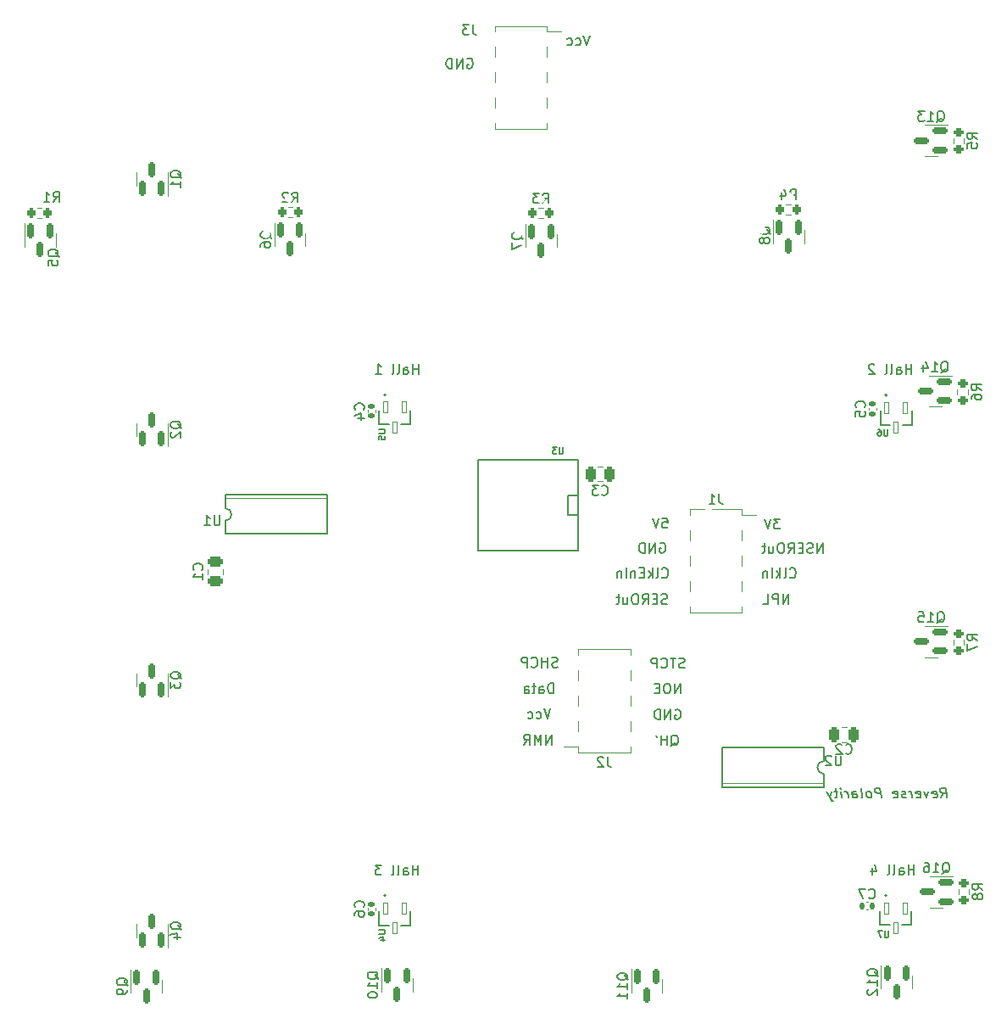
<source format=gbr>
%TF.GenerationSoftware,KiCad,Pcbnew,(6.0.2-0)*%
%TF.CreationDate,2022-07-06T16:44:42+02:00*%
%TF.ProjectId,RowdyTestBoard2,526f7764-7954-4657-9374-426f61726432,rev?*%
%TF.SameCoordinates,Original*%
%TF.FileFunction,Legend,Bot*%
%TF.FilePolarity,Positive*%
%FSLAX46Y46*%
G04 Gerber Fmt 4.6, Leading zero omitted, Abs format (unit mm)*
G04 Created by KiCad (PCBNEW (6.0.2-0)) date 2022-07-06 16:44:42*
%MOMM*%
%LPD*%
G01*
G04 APERTURE LIST*
G04 Aperture macros list*
%AMRoundRect*
0 Rectangle with rounded corners*
0 $1 Rounding radius*
0 $2 $3 $4 $5 $6 $7 $8 $9 X,Y pos of 4 corners*
0 Add a 4 corners polygon primitive as box body*
4,1,4,$2,$3,$4,$5,$6,$7,$8,$9,$2,$3,0*
0 Add four circle primitives for the rounded corners*
1,1,$1+$1,$2,$3*
1,1,$1+$1,$4,$5*
1,1,$1+$1,$6,$7*
1,1,$1+$1,$8,$9*
0 Add four rect primitives between the rounded corners*
20,1,$1+$1,$2,$3,$4,$5,0*
20,1,$1+$1,$4,$5,$6,$7,0*
20,1,$1+$1,$6,$7,$8,$9,0*
20,1,$1+$1,$8,$9,$2,$3,0*%
G04 Aperture macros list end*
%ADD10C,0.150000*%
%ADD11C,0.127000*%
%ADD12C,0.200000*%
%ADD13C,0.120000*%
%ADD14C,0.152400*%
%ADD15C,0.050800*%
%ADD16RoundRect,0.041300X-0.253700X0.588700X-0.253700X-0.588700X0.253700X-0.588700X0.253700X0.588700X0*%
%ADD17R,3.150000X1.000000*%
%ADD18RoundRect,0.140000X-0.170000X0.140000X-0.170000X-0.140000X0.170000X-0.140000X0.170000X0.140000X0*%
%ADD19RoundRect,0.250000X-0.250000X-0.475000X0.250000X-0.475000X0.250000X0.475000X-0.250000X0.475000X0*%
%ADD20RoundRect,0.200000X0.200000X0.275000X-0.200000X0.275000X-0.200000X-0.275000X0.200000X-0.275000X0*%
%ADD21RoundRect,0.150000X-0.150000X0.587500X-0.150000X-0.587500X0.150000X-0.587500X0.150000X0.587500X0*%
%ADD22RoundRect,0.150000X0.150000X-0.587500X0.150000X0.587500X-0.150000X0.587500X-0.150000X-0.587500X0*%
%ADD23RoundRect,0.200000X0.275000X-0.200000X0.275000X0.200000X-0.275000X0.200000X-0.275000X-0.200000X0*%
%ADD24RoundRect,0.140000X0.140000X0.170000X-0.140000X0.170000X-0.140000X-0.170000X0.140000X-0.170000X0*%
%ADD25RoundRect,0.150000X0.587500X0.150000X-0.587500X0.150000X-0.587500X-0.150000X0.587500X-0.150000X0*%
%ADD26R,0.600000X1.200000*%
%ADD27R,0.500000X2.000000*%
%ADD28RoundRect,0.250000X-0.475000X0.250000X-0.475000X-0.250000X0.475000X-0.250000X0.475000X0.250000X0*%
%ADD29C,0.800000*%
G04 APERTURE END LIST*
D10*
X139710847Y-85618580D02*
X139710847Y-84618580D01*
X139710847Y-85094771D02*
X139139419Y-85094771D01*
X139139419Y-85618580D02*
X139139419Y-84618580D01*
X138234657Y-85618580D02*
X138234657Y-85094771D01*
X138282276Y-84999533D01*
X138377514Y-84951914D01*
X138567990Y-84951914D01*
X138663228Y-84999533D01*
X138234657Y-85570961D02*
X138329895Y-85618580D01*
X138567990Y-85618580D01*
X138663228Y-85570961D01*
X138710847Y-85475723D01*
X138710847Y-85380485D01*
X138663228Y-85285247D01*
X138567990Y-85237628D01*
X138329895Y-85237628D01*
X138234657Y-85190009D01*
X137615609Y-85618580D02*
X137710847Y-85570961D01*
X137758466Y-85475723D01*
X137758466Y-84618580D01*
X137091800Y-85618580D02*
X137187038Y-85570961D01*
X137234657Y-85475723D01*
X137234657Y-84618580D01*
X135425133Y-85618580D02*
X135996561Y-85618580D01*
X135710847Y-85618580D02*
X135710847Y-84618580D01*
X135806085Y-84761438D01*
X135901323Y-84856676D01*
X135996561Y-84904295D01*
X191914805Y-127909580D02*
X192188615Y-127433390D01*
X192486234Y-127909580D02*
X192361234Y-126909580D01*
X191980282Y-126909580D01*
X191890996Y-126957200D01*
X191849329Y-127004819D01*
X191813615Y-127100057D01*
X191831472Y-127242914D01*
X191890996Y-127338152D01*
X191944567Y-127385771D01*
X192045758Y-127433390D01*
X192426710Y-127433390D01*
X191099329Y-127861961D02*
X191200520Y-127909580D01*
X191390996Y-127909580D01*
X191480282Y-127861961D01*
X191515996Y-127766723D01*
X191468377Y-127385771D01*
X191408853Y-127290533D01*
X191307663Y-127242914D01*
X191117186Y-127242914D01*
X191027901Y-127290533D01*
X190992186Y-127385771D01*
X191004091Y-127481009D01*
X191492186Y-127576247D01*
X190640996Y-127242914D02*
X190486234Y-127909580D01*
X190164805Y-127242914D01*
X189480282Y-127861961D02*
X189581472Y-127909580D01*
X189771948Y-127909580D01*
X189861234Y-127861961D01*
X189896948Y-127766723D01*
X189849329Y-127385771D01*
X189789805Y-127290533D01*
X189688615Y-127242914D01*
X189498139Y-127242914D01*
X189408853Y-127290533D01*
X189373139Y-127385771D01*
X189385044Y-127481009D01*
X189873139Y-127576247D01*
X189010044Y-127909580D02*
X188926710Y-127242914D01*
X188950520Y-127433390D02*
X188890996Y-127338152D01*
X188837425Y-127290533D01*
X188736234Y-127242914D01*
X188640996Y-127242914D01*
X188432663Y-127861961D02*
X188343377Y-127909580D01*
X188152901Y-127909580D01*
X188051710Y-127861961D01*
X187992186Y-127766723D01*
X187986234Y-127719104D01*
X188021948Y-127623866D01*
X188111234Y-127576247D01*
X188254091Y-127576247D01*
X188343377Y-127528628D01*
X188379091Y-127433390D01*
X188373139Y-127385771D01*
X188313615Y-127290533D01*
X188212425Y-127242914D01*
X188069567Y-127242914D01*
X187980282Y-127290533D01*
X187194567Y-127861961D02*
X187295758Y-127909580D01*
X187486234Y-127909580D01*
X187575520Y-127861961D01*
X187611234Y-127766723D01*
X187563615Y-127385771D01*
X187504091Y-127290533D01*
X187402901Y-127242914D01*
X187212425Y-127242914D01*
X187123139Y-127290533D01*
X187087425Y-127385771D01*
X187099329Y-127481009D01*
X187587425Y-127576247D01*
X185962425Y-127909580D02*
X185837425Y-126909580D01*
X185456472Y-126909580D01*
X185367186Y-126957200D01*
X185325520Y-127004819D01*
X185289805Y-127100057D01*
X185307663Y-127242914D01*
X185367186Y-127338152D01*
X185420758Y-127385771D01*
X185521948Y-127433390D01*
X185902901Y-127433390D01*
X184819567Y-127909580D02*
X184908853Y-127861961D01*
X184950520Y-127814342D01*
X184986234Y-127719104D01*
X184950520Y-127433390D01*
X184890996Y-127338152D01*
X184837425Y-127290533D01*
X184736234Y-127242914D01*
X184593377Y-127242914D01*
X184504091Y-127290533D01*
X184462425Y-127338152D01*
X184426710Y-127433390D01*
X184462425Y-127719104D01*
X184521948Y-127814342D01*
X184575520Y-127861961D01*
X184676710Y-127909580D01*
X184819567Y-127909580D01*
X183914805Y-127909580D02*
X184004091Y-127861961D01*
X184039805Y-127766723D01*
X183932663Y-126909580D01*
X183105282Y-127909580D02*
X183039805Y-127385771D01*
X183075520Y-127290533D01*
X183164805Y-127242914D01*
X183355282Y-127242914D01*
X183456472Y-127290533D01*
X183099329Y-127861961D02*
X183200520Y-127909580D01*
X183438615Y-127909580D01*
X183527901Y-127861961D01*
X183563615Y-127766723D01*
X183551710Y-127671485D01*
X183492186Y-127576247D01*
X183390996Y-127528628D01*
X183152901Y-127528628D01*
X183051710Y-127481009D01*
X182629091Y-127909580D02*
X182545758Y-127242914D01*
X182569567Y-127433390D02*
X182510044Y-127338152D01*
X182456472Y-127290533D01*
X182355282Y-127242914D01*
X182260044Y-127242914D01*
X182010044Y-127909580D02*
X181926710Y-127242914D01*
X181885044Y-126909580D02*
X181938615Y-126957200D01*
X181896948Y-127004819D01*
X181843377Y-126957200D01*
X181885044Y-126909580D01*
X181896948Y-127004819D01*
X181593377Y-127242914D02*
X181212425Y-127242914D01*
X181408853Y-126909580D02*
X181515996Y-127766723D01*
X181480282Y-127861961D01*
X181390996Y-127909580D01*
X181295758Y-127909580D01*
X180974329Y-127242914D02*
X180819567Y-127909580D01*
X180498139Y-127242914D02*
X180819567Y-127909580D01*
X180944567Y-128147676D01*
X180998139Y-128195295D01*
X181099329Y-128242914D01*
X164029780Y-105868742D02*
X164077400Y-105916361D01*
X164220257Y-105963980D01*
X164315495Y-105963980D01*
X164458352Y-105916361D01*
X164553590Y-105821123D01*
X164601209Y-105725885D01*
X164648828Y-105535409D01*
X164648828Y-105392552D01*
X164601209Y-105202076D01*
X164553590Y-105106838D01*
X164458352Y-105011600D01*
X164315495Y-104963980D01*
X164220257Y-104963980D01*
X164077400Y-105011600D01*
X164029780Y-105059219D01*
X163458352Y-105963980D02*
X163553590Y-105916361D01*
X163601209Y-105821123D01*
X163601209Y-104963980D01*
X163077400Y-105963980D02*
X163077400Y-104963980D01*
X162982161Y-105583028D02*
X162696447Y-105963980D01*
X162696447Y-105297314D02*
X163077400Y-105678266D01*
X162267876Y-105440171D02*
X161934542Y-105440171D01*
X161791685Y-105963980D02*
X162267876Y-105963980D01*
X162267876Y-104963980D01*
X161791685Y-104963980D01*
X161363114Y-105297314D02*
X161363114Y-105963980D01*
X161363114Y-105392552D02*
X161315495Y-105344933D01*
X161220257Y-105297314D01*
X161077400Y-105297314D01*
X160982161Y-105344933D01*
X160934542Y-105440171D01*
X160934542Y-105963980D01*
X160458352Y-105963980D02*
X160458352Y-104963980D01*
X159982161Y-105297314D02*
X159982161Y-105963980D01*
X159982161Y-105392552D02*
X159934542Y-105344933D01*
X159839304Y-105297314D01*
X159696447Y-105297314D01*
X159601209Y-105344933D01*
X159553590Y-105440171D01*
X159553590Y-105963980D01*
X153020542Y-122600980D02*
X153020542Y-121600980D01*
X152449114Y-122600980D01*
X152449114Y-121600980D01*
X151972923Y-122600980D02*
X151972923Y-121600980D01*
X151639590Y-122315266D01*
X151306257Y-121600980D01*
X151306257Y-122600980D01*
X150258638Y-122600980D02*
X150591971Y-122124790D01*
X150830066Y-122600980D02*
X150830066Y-121600980D01*
X150449114Y-121600980D01*
X150353876Y-121648600D01*
X150306257Y-121696219D01*
X150258638Y-121791457D01*
X150258638Y-121934314D01*
X150306257Y-122029552D01*
X150353876Y-122077171D01*
X150449114Y-122124790D01*
X150830066Y-122124790D01*
X153599923Y-114831761D02*
X153457066Y-114879380D01*
X153218971Y-114879380D01*
X153123733Y-114831761D01*
X153076114Y-114784142D01*
X153028495Y-114688904D01*
X153028495Y-114593666D01*
X153076114Y-114498428D01*
X153123733Y-114450809D01*
X153218971Y-114403190D01*
X153409447Y-114355571D01*
X153504685Y-114307952D01*
X153552304Y-114260333D01*
X153599923Y-114165095D01*
X153599923Y-114069857D01*
X153552304Y-113974619D01*
X153504685Y-113927000D01*
X153409447Y-113879380D01*
X153171352Y-113879380D01*
X153028495Y-113927000D01*
X152599923Y-114879380D02*
X152599923Y-113879380D01*
X152599923Y-114355571D02*
X152028495Y-114355571D01*
X152028495Y-114879380D02*
X152028495Y-113879380D01*
X150980876Y-114784142D02*
X151028495Y-114831761D01*
X151171352Y-114879380D01*
X151266590Y-114879380D01*
X151409447Y-114831761D01*
X151504685Y-114736523D01*
X151552304Y-114641285D01*
X151599923Y-114450809D01*
X151599923Y-114307952D01*
X151552304Y-114117476D01*
X151504685Y-114022238D01*
X151409447Y-113927000D01*
X151266590Y-113879380D01*
X151171352Y-113879380D01*
X151028495Y-113927000D01*
X150980876Y-113974619D01*
X150552304Y-114879380D02*
X150552304Y-113879380D01*
X150171352Y-113879380D01*
X150076114Y-113927000D01*
X150028495Y-113974619D01*
X149980876Y-114069857D01*
X149980876Y-114212714D01*
X150028495Y-114307952D01*
X150076114Y-114355571D01*
X150171352Y-114403190D01*
X150552304Y-114403190D01*
X176790219Y-105868742D02*
X176837838Y-105916361D01*
X176980695Y-105963980D01*
X177075933Y-105963980D01*
X177218790Y-105916361D01*
X177314028Y-105821123D01*
X177361647Y-105725885D01*
X177409266Y-105535409D01*
X177409266Y-105392552D01*
X177361647Y-105202076D01*
X177314028Y-105106838D01*
X177218790Y-105011600D01*
X177075933Y-104963980D01*
X176980695Y-104963980D01*
X176837838Y-105011600D01*
X176790219Y-105059219D01*
X176218790Y-105963980D02*
X176314028Y-105916361D01*
X176361647Y-105821123D01*
X176361647Y-104963980D01*
X175837838Y-105963980D02*
X175837838Y-104963980D01*
X175742600Y-105583028D02*
X175456885Y-105963980D01*
X175456885Y-105297314D02*
X175837838Y-105678266D01*
X175028314Y-105963980D02*
X175028314Y-104963980D01*
X174552123Y-105297314D02*
X174552123Y-105963980D01*
X174552123Y-105392552D02*
X174504504Y-105344933D01*
X174409266Y-105297314D01*
X174266409Y-105297314D01*
X174171171Y-105344933D01*
X174123552Y-105440171D01*
X174123552Y-105963980D01*
X152904676Y-118984780D02*
X152571342Y-119984780D01*
X152238009Y-118984780D01*
X151476104Y-119937161D02*
X151571342Y-119984780D01*
X151761819Y-119984780D01*
X151857057Y-119937161D01*
X151904676Y-119889542D01*
X151952295Y-119794304D01*
X151952295Y-119508590D01*
X151904676Y-119413352D01*
X151857057Y-119365733D01*
X151761819Y-119318114D01*
X151571342Y-119318114D01*
X151476104Y-119365733D01*
X150618961Y-119937161D02*
X150714200Y-119984780D01*
X150904676Y-119984780D01*
X150999914Y-119937161D01*
X151047533Y-119889542D01*
X151095152Y-119794304D01*
X151095152Y-119508590D01*
X151047533Y-119413352D01*
X150999914Y-119365733D01*
X150904676Y-119318114D01*
X150714200Y-119318114D01*
X150618961Y-119365733D01*
X166284066Y-114907961D02*
X166141209Y-114955580D01*
X165903114Y-114955580D01*
X165807876Y-114907961D01*
X165760257Y-114860342D01*
X165712638Y-114765104D01*
X165712638Y-114669866D01*
X165760257Y-114574628D01*
X165807876Y-114527009D01*
X165903114Y-114479390D01*
X166093590Y-114431771D01*
X166188828Y-114384152D01*
X166236447Y-114336533D01*
X166284066Y-114241295D01*
X166284066Y-114146057D01*
X166236447Y-114050819D01*
X166188828Y-114003200D01*
X166093590Y-113955580D01*
X165855495Y-113955580D01*
X165712638Y-114003200D01*
X165426923Y-113955580D02*
X164855495Y-113955580D01*
X165141209Y-114955580D02*
X165141209Y-113955580D01*
X163950733Y-114860342D02*
X163998352Y-114907961D01*
X164141209Y-114955580D01*
X164236447Y-114955580D01*
X164379304Y-114907961D01*
X164474542Y-114812723D01*
X164522161Y-114717485D01*
X164569780Y-114527009D01*
X164569780Y-114384152D01*
X164522161Y-114193676D01*
X164474542Y-114098438D01*
X164379304Y-114003200D01*
X164236447Y-113955580D01*
X164141209Y-113955580D01*
X163998352Y-114003200D01*
X163950733Y-114050819D01*
X163522161Y-114955580D02*
X163522161Y-113955580D01*
X163141209Y-113955580D01*
X163045971Y-114003200D01*
X162998352Y-114050819D01*
X162950733Y-114146057D01*
X162950733Y-114288914D01*
X162998352Y-114384152D01*
X163045971Y-114431771D01*
X163141209Y-114479390D01*
X163522161Y-114479390D01*
X164552000Y-108532561D02*
X164409142Y-108580180D01*
X164171047Y-108580180D01*
X164075809Y-108532561D01*
X164028190Y-108484942D01*
X163980571Y-108389704D01*
X163980571Y-108294466D01*
X164028190Y-108199228D01*
X164075809Y-108151609D01*
X164171047Y-108103990D01*
X164361523Y-108056371D01*
X164456761Y-108008752D01*
X164504380Y-107961133D01*
X164552000Y-107865895D01*
X164552000Y-107770657D01*
X164504380Y-107675419D01*
X164456761Y-107627800D01*
X164361523Y-107580180D01*
X164123428Y-107580180D01*
X163980571Y-107627800D01*
X163552000Y-108056371D02*
X163218666Y-108056371D01*
X163075809Y-108580180D02*
X163552000Y-108580180D01*
X163552000Y-107580180D01*
X163075809Y-107580180D01*
X162075809Y-108580180D02*
X162409142Y-108103990D01*
X162647238Y-108580180D02*
X162647238Y-107580180D01*
X162266285Y-107580180D01*
X162171047Y-107627800D01*
X162123428Y-107675419D01*
X162075809Y-107770657D01*
X162075809Y-107913514D01*
X162123428Y-108008752D01*
X162171047Y-108056371D01*
X162266285Y-108103990D01*
X162647238Y-108103990D01*
X161456761Y-107580180D02*
X161266285Y-107580180D01*
X161171047Y-107627800D01*
X161075809Y-107723038D01*
X161028190Y-107913514D01*
X161028190Y-108246847D01*
X161075809Y-108437323D01*
X161171047Y-108532561D01*
X161266285Y-108580180D01*
X161456761Y-108580180D01*
X161552000Y-108532561D01*
X161647238Y-108437323D01*
X161694857Y-108246847D01*
X161694857Y-107913514D01*
X161647238Y-107723038D01*
X161552000Y-107627800D01*
X161456761Y-107580180D01*
X160171047Y-107913514D02*
X160171047Y-108580180D01*
X160599619Y-107913514D02*
X160599619Y-108437323D01*
X160552000Y-108532561D01*
X160456761Y-108580180D01*
X160313904Y-108580180D01*
X160218666Y-108532561D01*
X160171047Y-108484942D01*
X159837714Y-107913514D02*
X159456761Y-107913514D01*
X159694857Y-107580180D02*
X159694857Y-108437323D01*
X159647238Y-108532561D01*
X159552000Y-108580180D01*
X159456761Y-108580180D01*
X165353904Y-119134000D02*
X165449142Y-119086380D01*
X165592000Y-119086380D01*
X165734857Y-119134000D01*
X165830095Y-119229238D01*
X165877714Y-119324476D01*
X165925333Y-119514952D01*
X165925333Y-119657809D01*
X165877714Y-119848285D01*
X165830095Y-119943523D01*
X165734857Y-120038761D01*
X165592000Y-120086380D01*
X165496761Y-120086380D01*
X165353904Y-120038761D01*
X165306285Y-119991142D01*
X165306285Y-119657809D01*
X165496761Y-119657809D01*
X164877714Y-120086380D02*
X164877714Y-119086380D01*
X164306285Y-120086380D01*
X164306285Y-119086380D01*
X163830095Y-120086380D02*
X163830095Y-119086380D01*
X163592000Y-119086380D01*
X163449142Y-119134000D01*
X163353904Y-119229238D01*
X163306285Y-119324476D01*
X163258666Y-119514952D01*
X163258666Y-119657809D01*
X163306285Y-119848285D01*
X163353904Y-119943523D01*
X163449142Y-120038761D01*
X163592000Y-120086380D01*
X163830095Y-120086380D01*
X188961447Y-85618580D02*
X188961447Y-84618580D01*
X188961447Y-85094771D02*
X188390019Y-85094771D01*
X188390019Y-85618580D02*
X188390019Y-84618580D01*
X187485257Y-85618580D02*
X187485257Y-85094771D01*
X187532876Y-84999533D01*
X187628114Y-84951914D01*
X187818590Y-84951914D01*
X187913828Y-84999533D01*
X187485257Y-85570961D02*
X187580495Y-85618580D01*
X187818590Y-85618580D01*
X187913828Y-85570961D01*
X187961447Y-85475723D01*
X187961447Y-85380485D01*
X187913828Y-85285247D01*
X187818590Y-85237628D01*
X187580495Y-85237628D01*
X187485257Y-85190009D01*
X186866209Y-85618580D02*
X186961447Y-85570961D01*
X187009066Y-85475723D01*
X187009066Y-84618580D01*
X186342400Y-85618580D02*
X186437638Y-85570961D01*
X186485257Y-85475723D01*
X186485257Y-84618580D01*
X185247161Y-84713819D02*
X185199542Y-84666200D01*
X185104304Y-84618580D01*
X184866209Y-84618580D01*
X184770971Y-84666200D01*
X184723352Y-84713819D01*
X184675733Y-84809057D01*
X184675733Y-84904295D01*
X184723352Y-85047152D01*
X185294780Y-85618580D01*
X184675733Y-85618580D01*
X144576704Y-54160800D02*
X144671942Y-54113180D01*
X144814800Y-54113180D01*
X144957657Y-54160800D01*
X145052895Y-54256038D01*
X145100514Y-54351276D01*
X145148133Y-54541752D01*
X145148133Y-54684609D01*
X145100514Y-54875085D01*
X145052895Y-54970323D01*
X144957657Y-55065561D01*
X144814800Y-55113180D01*
X144719561Y-55113180D01*
X144576704Y-55065561D01*
X144529085Y-55017942D01*
X144529085Y-54684609D01*
X144719561Y-54684609D01*
X144100514Y-55113180D02*
X144100514Y-54113180D01*
X143529085Y-55113180D01*
X143529085Y-54113180D01*
X143052895Y-55113180D02*
X143052895Y-54113180D01*
X142814800Y-54113180D01*
X142671942Y-54160800D01*
X142576704Y-54256038D01*
X142529085Y-54351276D01*
X142481466Y-54541752D01*
X142481466Y-54684609D01*
X142529085Y-54875085D01*
X142576704Y-54970323D01*
X142671942Y-55065561D01*
X142814800Y-55113180D01*
X143052895Y-55113180D01*
X180115790Y-103474780D02*
X180115790Y-102474780D01*
X179544361Y-103474780D01*
X179544361Y-102474780D01*
X179115790Y-103427161D02*
X178972933Y-103474780D01*
X178734838Y-103474780D01*
X178639600Y-103427161D01*
X178591980Y-103379542D01*
X178544361Y-103284304D01*
X178544361Y-103189066D01*
X178591980Y-103093828D01*
X178639600Y-103046209D01*
X178734838Y-102998590D01*
X178925314Y-102950971D01*
X179020552Y-102903352D01*
X179068171Y-102855733D01*
X179115790Y-102760495D01*
X179115790Y-102665257D01*
X179068171Y-102570019D01*
X179020552Y-102522400D01*
X178925314Y-102474780D01*
X178687219Y-102474780D01*
X178544361Y-102522400D01*
X178115790Y-102950971D02*
X177782457Y-102950971D01*
X177639600Y-103474780D02*
X178115790Y-103474780D01*
X178115790Y-102474780D01*
X177639600Y-102474780D01*
X176639600Y-103474780D02*
X176972933Y-102998590D01*
X177211028Y-103474780D02*
X177211028Y-102474780D01*
X176830076Y-102474780D01*
X176734838Y-102522400D01*
X176687219Y-102570019D01*
X176639600Y-102665257D01*
X176639600Y-102808114D01*
X176687219Y-102903352D01*
X176734838Y-102950971D01*
X176830076Y-102998590D01*
X177211028Y-102998590D01*
X176020552Y-102474780D02*
X175830076Y-102474780D01*
X175734838Y-102522400D01*
X175639600Y-102617638D01*
X175591980Y-102808114D01*
X175591980Y-103141447D01*
X175639600Y-103331923D01*
X175734838Y-103427161D01*
X175830076Y-103474780D01*
X176020552Y-103474780D01*
X176115790Y-103427161D01*
X176211028Y-103331923D01*
X176258647Y-103141447D01*
X176258647Y-102808114D01*
X176211028Y-102617638D01*
X176115790Y-102522400D01*
X176020552Y-102474780D01*
X174734838Y-102808114D02*
X174734838Y-103474780D01*
X175163409Y-102808114D02*
X175163409Y-103331923D01*
X175115790Y-103427161D01*
X175020552Y-103474780D01*
X174877695Y-103474780D01*
X174782457Y-103427161D01*
X174734838Y-103379542D01*
X174401504Y-102808114D02*
X174020552Y-102808114D01*
X174258647Y-102474780D02*
X174258647Y-103331923D01*
X174211028Y-103427161D01*
X174115790Y-103474780D01*
X174020552Y-103474780D01*
X163829904Y-102497000D02*
X163925142Y-102449380D01*
X164068000Y-102449380D01*
X164210857Y-102497000D01*
X164306095Y-102592238D01*
X164353714Y-102687476D01*
X164401333Y-102877952D01*
X164401333Y-103020809D01*
X164353714Y-103211285D01*
X164306095Y-103306523D01*
X164210857Y-103401761D01*
X164068000Y-103449380D01*
X163972761Y-103449380D01*
X163829904Y-103401761D01*
X163782285Y-103354142D01*
X163782285Y-103020809D01*
X163972761Y-103020809D01*
X163353714Y-103449380D02*
X163353714Y-102449380D01*
X162782285Y-103449380D01*
X162782285Y-102449380D01*
X162306095Y-103449380D02*
X162306095Y-102449380D01*
X162068000Y-102449380D01*
X161925142Y-102497000D01*
X161829904Y-102592238D01*
X161782285Y-102687476D01*
X161734666Y-102877952D01*
X161734666Y-103020809D01*
X161782285Y-103211285D01*
X161829904Y-103306523D01*
X161925142Y-103401761D01*
X162068000Y-103449380D01*
X162306095Y-103449380D01*
X156867076Y-51801780D02*
X156533742Y-52801780D01*
X156200409Y-51801780D01*
X155438504Y-52754161D02*
X155533742Y-52801780D01*
X155724219Y-52801780D01*
X155819457Y-52754161D01*
X155867076Y-52706542D01*
X155914695Y-52611304D01*
X155914695Y-52325590D01*
X155867076Y-52230352D01*
X155819457Y-52182733D01*
X155724219Y-52135114D01*
X155533742Y-52135114D01*
X155438504Y-52182733D01*
X154581361Y-52754161D02*
X154676600Y-52801780D01*
X154867076Y-52801780D01*
X154962314Y-52754161D01*
X155009933Y-52706542D01*
X155057552Y-52611304D01*
X155057552Y-52325590D01*
X155009933Y-52230352D01*
X154962314Y-52182733D01*
X154867076Y-52135114D01*
X154676600Y-52135114D01*
X154581361Y-52182733D01*
X139685447Y-135605780D02*
X139685447Y-134605780D01*
X139685447Y-135081971D02*
X139114019Y-135081971D01*
X139114019Y-135605780D02*
X139114019Y-134605780D01*
X138209257Y-135605780D02*
X138209257Y-135081971D01*
X138256876Y-134986733D01*
X138352114Y-134939114D01*
X138542590Y-134939114D01*
X138637828Y-134986733D01*
X138209257Y-135558161D02*
X138304495Y-135605780D01*
X138542590Y-135605780D01*
X138637828Y-135558161D01*
X138685447Y-135462923D01*
X138685447Y-135367685D01*
X138637828Y-135272447D01*
X138542590Y-135224828D01*
X138304495Y-135224828D01*
X138209257Y-135177209D01*
X137590209Y-135605780D02*
X137685447Y-135558161D01*
X137733066Y-135462923D01*
X137733066Y-134605780D01*
X137066400Y-135605780D02*
X137161638Y-135558161D01*
X137209257Y-135462923D01*
X137209257Y-134605780D01*
X136018780Y-134605780D02*
X135399733Y-134605780D01*
X135733066Y-134986733D01*
X135590209Y-134986733D01*
X135494971Y-135034352D01*
X135447352Y-135081971D01*
X135399733Y-135177209D01*
X135399733Y-135415304D01*
X135447352Y-135510542D01*
X135494971Y-135558161D01*
X135590209Y-135605780D01*
X135875923Y-135605780D01*
X135971161Y-135558161D01*
X136018780Y-135510542D01*
X189215447Y-135580380D02*
X189215447Y-134580380D01*
X189215447Y-135056571D02*
X188644019Y-135056571D01*
X188644019Y-135580380D02*
X188644019Y-134580380D01*
X187739257Y-135580380D02*
X187739257Y-135056571D01*
X187786876Y-134961333D01*
X187882114Y-134913714D01*
X188072590Y-134913714D01*
X188167828Y-134961333D01*
X187739257Y-135532761D02*
X187834495Y-135580380D01*
X188072590Y-135580380D01*
X188167828Y-135532761D01*
X188215447Y-135437523D01*
X188215447Y-135342285D01*
X188167828Y-135247047D01*
X188072590Y-135199428D01*
X187834495Y-135199428D01*
X187739257Y-135151809D01*
X187120209Y-135580380D02*
X187215447Y-135532761D01*
X187263066Y-135437523D01*
X187263066Y-134580380D01*
X186596400Y-135580380D02*
X186691638Y-135532761D01*
X186739257Y-135437523D01*
X186739257Y-134580380D01*
X185024971Y-134913714D02*
X185024971Y-135580380D01*
X185263066Y-134532761D02*
X185501161Y-135247047D01*
X184882114Y-135247047D01*
X153191980Y-117470180D02*
X153191980Y-116470180D01*
X152953885Y-116470180D01*
X152811028Y-116517800D01*
X152715790Y-116613038D01*
X152668171Y-116708276D01*
X152620552Y-116898752D01*
X152620552Y-117041609D01*
X152668171Y-117232085D01*
X152715790Y-117327323D01*
X152811028Y-117422561D01*
X152953885Y-117470180D01*
X153191980Y-117470180D01*
X151763409Y-117470180D02*
X151763409Y-116946371D01*
X151811028Y-116851133D01*
X151906266Y-116803514D01*
X152096742Y-116803514D01*
X152191980Y-116851133D01*
X151763409Y-117422561D02*
X151858647Y-117470180D01*
X152096742Y-117470180D01*
X152191980Y-117422561D01*
X152239600Y-117327323D01*
X152239600Y-117232085D01*
X152191980Y-117136847D01*
X152096742Y-117089228D01*
X151858647Y-117089228D01*
X151763409Y-117041609D01*
X151430076Y-116803514D02*
X151049123Y-116803514D01*
X151287219Y-116470180D02*
X151287219Y-117327323D01*
X151239600Y-117422561D01*
X151144361Y-117470180D01*
X151049123Y-117470180D01*
X150287219Y-117470180D02*
X150287219Y-116946371D01*
X150334838Y-116851133D01*
X150430076Y-116803514D01*
X150620552Y-116803514D01*
X150715790Y-116851133D01*
X150287219Y-117422561D02*
X150382457Y-117470180D01*
X150620552Y-117470180D01*
X150715790Y-117422561D01*
X150763409Y-117327323D01*
X150763409Y-117232085D01*
X150715790Y-117136847D01*
X150620552Y-117089228D01*
X150382457Y-117089228D01*
X150287219Y-117041609D01*
X165879304Y-117495580D02*
X165879304Y-116495580D01*
X165307876Y-117495580D01*
X165307876Y-116495580D01*
X164641209Y-116495580D02*
X164450733Y-116495580D01*
X164355495Y-116543200D01*
X164260257Y-116638438D01*
X164212638Y-116828914D01*
X164212638Y-117162247D01*
X164260257Y-117352723D01*
X164355495Y-117447961D01*
X164450733Y-117495580D01*
X164641209Y-117495580D01*
X164736447Y-117447961D01*
X164831685Y-117352723D01*
X164879304Y-117162247D01*
X164879304Y-116828914D01*
X164831685Y-116638438D01*
X164736447Y-116543200D01*
X164641209Y-116495580D01*
X163784066Y-116971771D02*
X163450733Y-116971771D01*
X163307876Y-117495580D02*
X163784066Y-117495580D01*
X163784066Y-116495580D01*
X163307876Y-116495580D01*
X164896752Y-122747019D02*
X164991990Y-122699400D01*
X165087228Y-122604161D01*
X165230085Y-122461304D01*
X165325323Y-122413685D01*
X165420561Y-122413685D01*
X165372942Y-122651780D02*
X165468180Y-122604161D01*
X165563419Y-122508923D01*
X165611038Y-122318447D01*
X165611038Y-121985114D01*
X165563419Y-121794638D01*
X165468180Y-121699400D01*
X165372942Y-121651780D01*
X165182466Y-121651780D01*
X165087228Y-121699400D01*
X164991990Y-121794638D01*
X164944371Y-121985114D01*
X164944371Y-122318447D01*
X164991990Y-122508923D01*
X165087228Y-122604161D01*
X165182466Y-122651780D01*
X165372942Y-122651780D01*
X164515800Y-122651780D02*
X164515800Y-121651780D01*
X164515800Y-122127971D02*
X163944371Y-122127971D01*
X163944371Y-122651780D02*
X163944371Y-121651780D01*
X163420561Y-121651780D02*
X163515800Y-121842257D01*
X164071276Y-99985580D02*
X164547466Y-99985580D01*
X164595085Y-100461771D01*
X164547466Y-100414152D01*
X164452228Y-100366533D01*
X164214133Y-100366533D01*
X164118895Y-100414152D01*
X164071276Y-100461771D01*
X164023657Y-100557009D01*
X164023657Y-100795104D01*
X164071276Y-100890342D01*
X164118895Y-100937961D01*
X164214133Y-100985580D01*
X164452228Y-100985580D01*
X164547466Y-100937961D01*
X164595085Y-100890342D01*
X163737942Y-99985580D02*
X163404609Y-100985580D01*
X163071276Y-99985580D01*
X176679076Y-108580180D02*
X176679076Y-107580180D01*
X176107647Y-108580180D01*
X176107647Y-107580180D01*
X175631457Y-108580180D02*
X175631457Y-107580180D01*
X175250504Y-107580180D01*
X175155266Y-107627800D01*
X175107647Y-107675419D01*
X175060028Y-107770657D01*
X175060028Y-107913514D01*
X175107647Y-108008752D01*
X175155266Y-108056371D01*
X175250504Y-108103990D01*
X175631457Y-108103990D01*
X174155266Y-108580180D02*
X174631457Y-108580180D01*
X174631457Y-107580180D01*
X175818704Y-100061780D02*
X175199657Y-100061780D01*
X175532990Y-100442733D01*
X175390133Y-100442733D01*
X175294895Y-100490352D01*
X175247276Y-100537971D01*
X175199657Y-100633209D01*
X175199657Y-100871304D01*
X175247276Y-100966542D01*
X175294895Y-101014161D01*
X175390133Y-101061780D01*
X175675847Y-101061780D01*
X175771085Y-101014161D01*
X175818704Y-100966542D01*
X174913942Y-100061780D02*
X174580609Y-101061780D01*
X174247276Y-100061780D01*
%TO.C,U5*%
X135749523Y-91162380D02*
X136267619Y-91162380D01*
X136328571Y-91192857D01*
X136359047Y-91223333D01*
X136389523Y-91284285D01*
X136389523Y-91406190D01*
X136359047Y-91467142D01*
X136328571Y-91497619D01*
X136267619Y-91528095D01*
X135749523Y-91528095D01*
X135749523Y-92137619D02*
X135749523Y-91832857D01*
X136054285Y-91802380D01*
X136023809Y-91832857D01*
X135993333Y-91893809D01*
X135993333Y-92046190D01*
X136023809Y-92107142D01*
X136054285Y-92137619D01*
X136115238Y-92168095D01*
X136267619Y-92168095D01*
X136328571Y-92137619D01*
X136359047Y-92107142D01*
X136389523Y-92046190D01*
X136389523Y-91893809D01*
X136359047Y-91832857D01*
X136328571Y-91802380D01*
%TO.C,J3*%
X145138733Y-50760380D02*
X145138733Y-51474666D01*
X145186352Y-51617523D01*
X145281590Y-51712761D01*
X145424447Y-51760380D01*
X145519685Y-51760380D01*
X144757780Y-50760380D02*
X144138733Y-50760380D01*
X144472066Y-51141333D01*
X144329209Y-51141333D01*
X144233971Y-51188952D01*
X144186352Y-51236571D01*
X144138733Y-51331809D01*
X144138733Y-51569904D01*
X144186352Y-51665142D01*
X144233971Y-51712761D01*
X144329209Y-51760380D01*
X144614923Y-51760380D01*
X144710161Y-51712761D01*
X144757780Y-51665142D01*
%TO.C,C4*%
X134223542Y-89165133D02*
X134271161Y-89117514D01*
X134318780Y-88974657D01*
X134318780Y-88879419D01*
X134271161Y-88736561D01*
X134175923Y-88641323D01*
X134080685Y-88593704D01*
X133890209Y-88546085D01*
X133747352Y-88546085D01*
X133556876Y-88593704D01*
X133461638Y-88641323D01*
X133366400Y-88736561D01*
X133318780Y-88879419D01*
X133318780Y-88974657D01*
X133366400Y-89117514D01*
X133414019Y-89165133D01*
X133652114Y-90022276D02*
X134318780Y-90022276D01*
X133271161Y-89784180D02*
X133985447Y-89546085D01*
X133985447Y-90165133D01*
%TO.C,C2*%
X182376066Y-123445542D02*
X182423685Y-123493161D01*
X182566542Y-123540780D01*
X182661780Y-123540780D01*
X182804638Y-123493161D01*
X182899876Y-123397923D01*
X182947495Y-123302685D01*
X182995114Y-123112209D01*
X182995114Y-122969352D01*
X182947495Y-122778876D01*
X182899876Y-122683638D01*
X182804638Y-122588400D01*
X182661780Y-122540780D01*
X182566542Y-122540780D01*
X182423685Y-122588400D01*
X182376066Y-122636019D01*
X181995114Y-122636019D02*
X181947495Y-122588400D01*
X181852257Y-122540780D01*
X181614161Y-122540780D01*
X181518923Y-122588400D01*
X181471304Y-122636019D01*
X181423685Y-122731257D01*
X181423685Y-122826495D01*
X181471304Y-122969352D01*
X182042733Y-123540780D01*
X181423685Y-123540780D01*
%TO.C,R4*%
X176839266Y-68200780D02*
X177172600Y-67724590D01*
X177410695Y-68200780D02*
X177410695Y-67200780D01*
X177029742Y-67200780D01*
X176934504Y-67248400D01*
X176886885Y-67296019D01*
X176839266Y-67391257D01*
X176839266Y-67534114D01*
X176886885Y-67629352D01*
X176934504Y-67676971D01*
X177029742Y-67724590D01*
X177410695Y-67724590D01*
X175982123Y-67534114D02*
X175982123Y-68200780D01*
X176220219Y-67153161D02*
X176458314Y-67867447D01*
X175839266Y-67867447D01*
%TO.C,U7*%
X186637619Y-141199523D02*
X186637619Y-141717619D01*
X186607142Y-141778571D01*
X186576666Y-141809047D01*
X186515714Y-141839523D01*
X186393809Y-141839523D01*
X186332857Y-141809047D01*
X186302380Y-141778571D01*
X186271904Y-141717619D01*
X186271904Y-141199523D01*
X186028095Y-141199523D02*
X185601428Y-141199523D01*
X185875714Y-141839523D01*
%TO.C,J1*%
X169751333Y-97579380D02*
X169751333Y-98293666D01*
X169798952Y-98436523D01*
X169894190Y-98531761D01*
X170037047Y-98579380D01*
X170132285Y-98579380D01*
X168751333Y-98579380D02*
X169322761Y-98579380D01*
X169037047Y-98579380D02*
X169037047Y-97579380D01*
X169132285Y-97722238D01*
X169227523Y-97817476D01*
X169322761Y-97865095D01*
%TO.C,Q8*%
X174870219Y-71673961D02*
X174822600Y-71578723D01*
X174727361Y-71483485D01*
X174584504Y-71340628D01*
X174536885Y-71245390D01*
X174536885Y-71150152D01*
X174774980Y-71197771D02*
X174727361Y-71102533D01*
X174632123Y-71007295D01*
X174441647Y-70959676D01*
X174108314Y-70959676D01*
X173917838Y-71007295D01*
X173822600Y-71102533D01*
X173774980Y-71197771D01*
X173774980Y-71388247D01*
X173822600Y-71483485D01*
X173917838Y-71578723D01*
X174108314Y-71626342D01*
X174441647Y-71626342D01*
X174632123Y-71578723D01*
X174727361Y-71483485D01*
X174774980Y-71388247D01*
X174774980Y-71197771D01*
X174203552Y-72197771D02*
X174155933Y-72102533D01*
X174108314Y-72054914D01*
X174013076Y-72007295D01*
X173965457Y-72007295D01*
X173870219Y-72054914D01*
X173822600Y-72102533D01*
X173774980Y-72197771D01*
X173774980Y-72388247D01*
X173822600Y-72483485D01*
X173870219Y-72531104D01*
X173965457Y-72578723D01*
X174013076Y-72578723D01*
X174108314Y-72531104D01*
X174155933Y-72483485D01*
X174203552Y-72388247D01*
X174203552Y-72197771D01*
X174251171Y-72102533D01*
X174298790Y-72054914D01*
X174394028Y-72007295D01*
X174584504Y-72007295D01*
X174679742Y-72054914D01*
X174727361Y-72102533D01*
X174774980Y-72197771D01*
X174774980Y-72388247D01*
X174727361Y-72483485D01*
X174679742Y-72531104D01*
X174584504Y-72578723D01*
X174394028Y-72578723D01*
X174298790Y-72531104D01*
X174251171Y-72483485D01*
X174203552Y-72388247D01*
%TO.C,Q12*%
X185625019Y-145732571D02*
X185577400Y-145637333D01*
X185482161Y-145542095D01*
X185339304Y-145399238D01*
X185291685Y-145304000D01*
X185291685Y-145208761D01*
X185529780Y-145256380D02*
X185482161Y-145161142D01*
X185386923Y-145065904D01*
X185196447Y-145018285D01*
X184863114Y-145018285D01*
X184672638Y-145065904D01*
X184577400Y-145161142D01*
X184529780Y-145256380D01*
X184529780Y-145446857D01*
X184577400Y-145542095D01*
X184672638Y-145637333D01*
X184863114Y-145684952D01*
X185196447Y-145684952D01*
X185386923Y-145637333D01*
X185482161Y-145542095D01*
X185529780Y-145446857D01*
X185529780Y-145256380D01*
X185529780Y-146637333D02*
X185529780Y-146065904D01*
X185529780Y-146351619D02*
X184529780Y-146351619D01*
X184672638Y-146256380D01*
X184767876Y-146161142D01*
X184815495Y-146065904D01*
X184625019Y-147018285D02*
X184577400Y-147065904D01*
X184529780Y-147161142D01*
X184529780Y-147399238D01*
X184577400Y-147494476D01*
X184625019Y-147542095D01*
X184720257Y-147589714D01*
X184815495Y-147589714D01*
X184958352Y-147542095D01*
X185529780Y-146970666D01*
X185529780Y-147589714D01*
%TO.C,Q10*%
X135714019Y-146011971D02*
X135666400Y-145916733D01*
X135571161Y-145821495D01*
X135428304Y-145678638D01*
X135380685Y-145583400D01*
X135380685Y-145488161D01*
X135618780Y-145535780D02*
X135571161Y-145440542D01*
X135475923Y-145345304D01*
X135285447Y-145297685D01*
X134952114Y-145297685D01*
X134761638Y-145345304D01*
X134666400Y-145440542D01*
X134618780Y-145535780D01*
X134618780Y-145726257D01*
X134666400Y-145821495D01*
X134761638Y-145916733D01*
X134952114Y-145964352D01*
X135285447Y-145964352D01*
X135475923Y-145916733D01*
X135571161Y-145821495D01*
X135618780Y-145726257D01*
X135618780Y-145535780D01*
X135618780Y-146916733D02*
X135618780Y-146345304D01*
X135618780Y-146631019D02*
X134618780Y-146631019D01*
X134761638Y-146535780D01*
X134856876Y-146440542D01*
X134904495Y-146345304D01*
X134618780Y-147535780D02*
X134618780Y-147631019D01*
X134666400Y-147726257D01*
X134714019Y-147773876D01*
X134809257Y-147821495D01*
X134999733Y-147869114D01*
X135237828Y-147869114D01*
X135428304Y-147821495D01*
X135523542Y-147773876D01*
X135571161Y-147726257D01*
X135618780Y-147631019D01*
X135618780Y-147535780D01*
X135571161Y-147440542D01*
X135523542Y-147392923D01*
X135428304Y-147345304D01*
X135237828Y-147297685D01*
X134999733Y-147297685D01*
X134809257Y-147345304D01*
X134714019Y-147392923D01*
X134666400Y-147440542D01*
X134618780Y-147535780D01*
%TO.C,Q3*%
X116028419Y-116058961D02*
X115980800Y-115963723D01*
X115885561Y-115868485D01*
X115742704Y-115725628D01*
X115695085Y-115630390D01*
X115695085Y-115535152D01*
X115933180Y-115582771D02*
X115885561Y-115487533D01*
X115790323Y-115392295D01*
X115599847Y-115344676D01*
X115266514Y-115344676D01*
X115076038Y-115392295D01*
X114980800Y-115487533D01*
X114933180Y-115582771D01*
X114933180Y-115773247D01*
X114980800Y-115868485D01*
X115076038Y-115963723D01*
X115266514Y-116011342D01*
X115599847Y-116011342D01*
X115790323Y-115963723D01*
X115885561Y-115868485D01*
X115933180Y-115773247D01*
X115933180Y-115582771D01*
X114933180Y-116344676D02*
X114933180Y-116963723D01*
X115314133Y-116630390D01*
X115314133Y-116773247D01*
X115361752Y-116868485D01*
X115409371Y-116916104D01*
X115504609Y-116963723D01*
X115742704Y-116963723D01*
X115837942Y-116916104D01*
X115885561Y-116868485D01*
X115933180Y-116773247D01*
X115933180Y-116487533D01*
X115885561Y-116392295D01*
X115837942Y-116344676D01*
%TO.C,C6*%
X134223542Y-138822133D02*
X134271161Y-138774514D01*
X134318780Y-138631657D01*
X134318780Y-138536419D01*
X134271161Y-138393561D01*
X134175923Y-138298323D01*
X134080685Y-138250704D01*
X133890209Y-138203085D01*
X133747352Y-138203085D01*
X133556876Y-138250704D01*
X133461638Y-138298323D01*
X133366400Y-138393561D01*
X133318780Y-138536419D01*
X133318780Y-138631657D01*
X133366400Y-138774514D01*
X133414019Y-138822133D01*
X133318780Y-139679276D02*
X133318780Y-139488800D01*
X133366400Y-139393561D01*
X133414019Y-139345942D01*
X133556876Y-139250704D01*
X133747352Y-139203085D01*
X134128304Y-139203085D01*
X134223542Y-139250704D01*
X134271161Y-139298323D01*
X134318780Y-139393561D01*
X134318780Y-139584038D01*
X134271161Y-139679276D01*
X134223542Y-139726895D01*
X134128304Y-139774514D01*
X133890209Y-139774514D01*
X133794971Y-139726895D01*
X133747352Y-139679276D01*
X133699733Y-139584038D01*
X133699733Y-139393561D01*
X133747352Y-139298323D01*
X133794971Y-139250704D01*
X133890209Y-139203085D01*
%TO.C,R6*%
X195938380Y-87246933D02*
X195462190Y-86913600D01*
X195938380Y-86675504D02*
X194938380Y-86675504D01*
X194938380Y-87056457D01*
X194986000Y-87151695D01*
X195033619Y-87199314D01*
X195128857Y-87246933D01*
X195271714Y-87246933D01*
X195366952Y-87199314D01*
X195414571Y-87151695D01*
X195462190Y-87056457D01*
X195462190Y-86675504D01*
X194938380Y-88104076D02*
X194938380Y-87913600D01*
X194986000Y-87818361D01*
X195033619Y-87770742D01*
X195176476Y-87675504D01*
X195366952Y-87627885D01*
X195747904Y-87627885D01*
X195843142Y-87675504D01*
X195890761Y-87723123D01*
X195938380Y-87818361D01*
X195938380Y-88008838D01*
X195890761Y-88104076D01*
X195843142Y-88151695D01*
X195747904Y-88199314D01*
X195509809Y-88199314D01*
X195414571Y-88151695D01*
X195366952Y-88104076D01*
X195319333Y-88008838D01*
X195319333Y-87818361D01*
X195366952Y-87723123D01*
X195414571Y-87675504D01*
X195509809Y-87627885D01*
%TO.C,Q2*%
X116028419Y-91058961D02*
X115980800Y-90963723D01*
X115885561Y-90868485D01*
X115742704Y-90725628D01*
X115695085Y-90630390D01*
X115695085Y-90535152D01*
X115933180Y-90582771D02*
X115885561Y-90487533D01*
X115790323Y-90392295D01*
X115599847Y-90344676D01*
X115266514Y-90344676D01*
X115076038Y-90392295D01*
X114980800Y-90487533D01*
X114933180Y-90582771D01*
X114933180Y-90773247D01*
X114980800Y-90868485D01*
X115076038Y-90963723D01*
X115266514Y-91011342D01*
X115599847Y-91011342D01*
X115790323Y-90963723D01*
X115885561Y-90868485D01*
X115933180Y-90773247D01*
X115933180Y-90582771D01*
X115028419Y-91392295D02*
X114980800Y-91439914D01*
X114933180Y-91535152D01*
X114933180Y-91773247D01*
X114980800Y-91868485D01*
X115028419Y-91916104D01*
X115123657Y-91963723D01*
X115218895Y-91963723D01*
X115361752Y-91916104D01*
X115933180Y-91344676D01*
X115933180Y-91963723D01*
%TO.C,R3*%
X152111866Y-68556380D02*
X152445200Y-68080190D01*
X152683295Y-68556380D02*
X152683295Y-67556380D01*
X152302342Y-67556380D01*
X152207104Y-67604000D01*
X152159485Y-67651619D01*
X152111866Y-67746857D01*
X152111866Y-67889714D01*
X152159485Y-67984952D01*
X152207104Y-68032571D01*
X152302342Y-68080190D01*
X152683295Y-68080190D01*
X151778533Y-67556380D02*
X151159485Y-67556380D01*
X151492819Y-67937333D01*
X151349961Y-67937333D01*
X151254723Y-67984952D01*
X151207104Y-68032571D01*
X151159485Y-68127809D01*
X151159485Y-68365904D01*
X151207104Y-68461142D01*
X151254723Y-68508761D01*
X151349961Y-68556380D01*
X151635676Y-68556380D01*
X151730914Y-68508761D01*
X151778533Y-68461142D01*
%TO.C,Q4*%
X116028419Y-141058961D02*
X115980800Y-140963723D01*
X115885561Y-140868485D01*
X115742704Y-140725628D01*
X115695085Y-140630390D01*
X115695085Y-140535152D01*
X115933180Y-140582771D02*
X115885561Y-140487533D01*
X115790323Y-140392295D01*
X115599847Y-140344676D01*
X115266514Y-140344676D01*
X115076038Y-140392295D01*
X114980800Y-140487533D01*
X114933180Y-140582771D01*
X114933180Y-140773247D01*
X114980800Y-140868485D01*
X115076038Y-140963723D01*
X115266514Y-141011342D01*
X115599847Y-141011342D01*
X115790323Y-140963723D01*
X115885561Y-140868485D01*
X115933180Y-140773247D01*
X115933180Y-140582771D01*
X115266514Y-141868485D02*
X115933180Y-141868485D01*
X114885561Y-141630390D02*
X115599847Y-141392295D01*
X115599847Y-142011342D01*
%TO.C,U4*%
X135749523Y-141112380D02*
X136267619Y-141112380D01*
X136328571Y-141142857D01*
X136359047Y-141173333D01*
X136389523Y-141234285D01*
X136389523Y-141356190D01*
X136359047Y-141417142D01*
X136328571Y-141447619D01*
X136267619Y-141478095D01*
X135749523Y-141478095D01*
X135962857Y-142057142D02*
X136389523Y-142057142D01*
X135719047Y-141904761D02*
X136176190Y-141752380D01*
X136176190Y-142148571D01*
%TO.C,C7*%
X184697666Y-137881142D02*
X184745285Y-137928761D01*
X184888142Y-137976380D01*
X184983380Y-137976380D01*
X185126238Y-137928761D01*
X185221476Y-137833523D01*
X185269095Y-137738285D01*
X185316714Y-137547809D01*
X185316714Y-137404952D01*
X185269095Y-137214476D01*
X185221476Y-137119238D01*
X185126238Y-137024000D01*
X184983380Y-136976380D01*
X184888142Y-136976380D01*
X184745285Y-137024000D01*
X184697666Y-137071619D01*
X184364333Y-136976380D02*
X183697666Y-136976380D01*
X184126238Y-137976380D01*
%TO.C,Q7*%
X150115819Y-72205761D02*
X150068200Y-72110523D01*
X149972961Y-72015285D01*
X149830104Y-71872428D01*
X149782485Y-71777190D01*
X149782485Y-71681952D01*
X150020580Y-71729571D02*
X149972961Y-71634333D01*
X149877723Y-71539095D01*
X149687247Y-71491476D01*
X149353914Y-71491476D01*
X149163438Y-71539095D01*
X149068200Y-71634333D01*
X149020580Y-71729571D01*
X149020580Y-71920047D01*
X149068200Y-72015285D01*
X149163438Y-72110523D01*
X149353914Y-72158142D01*
X149687247Y-72158142D01*
X149877723Y-72110523D01*
X149972961Y-72015285D01*
X150020580Y-71920047D01*
X150020580Y-71729571D01*
X149020580Y-72491476D02*
X149020580Y-73158142D01*
X150020580Y-72729571D01*
%TO.C,R8*%
X196065380Y-137094933D02*
X195589190Y-136761600D01*
X196065380Y-136523504D02*
X195065380Y-136523504D01*
X195065380Y-136904457D01*
X195113000Y-136999695D01*
X195160619Y-137047314D01*
X195255857Y-137094933D01*
X195398714Y-137094933D01*
X195493952Y-137047314D01*
X195541571Y-136999695D01*
X195589190Y-136904457D01*
X195589190Y-136523504D01*
X195493952Y-137666361D02*
X195446333Y-137571123D01*
X195398714Y-137523504D01*
X195303476Y-137475885D01*
X195255857Y-137475885D01*
X195160619Y-137523504D01*
X195113000Y-137571123D01*
X195065380Y-137666361D01*
X195065380Y-137856838D01*
X195113000Y-137952076D01*
X195160619Y-137999695D01*
X195255857Y-138047314D01*
X195303476Y-138047314D01*
X195398714Y-137999695D01*
X195446333Y-137952076D01*
X195493952Y-137856838D01*
X195493952Y-137666361D01*
X195541571Y-137571123D01*
X195589190Y-137523504D01*
X195684428Y-137475885D01*
X195874904Y-137475885D01*
X195970142Y-137523504D01*
X196017761Y-137571123D01*
X196065380Y-137666361D01*
X196065380Y-137856838D01*
X196017761Y-137952076D01*
X195970142Y-137999695D01*
X195874904Y-138047314D01*
X195684428Y-138047314D01*
X195589190Y-137999695D01*
X195541571Y-137952076D01*
X195493952Y-137856838D01*
%TO.C,U6*%
X186587619Y-91149523D02*
X186587619Y-91667619D01*
X186557142Y-91728571D01*
X186526666Y-91759047D01*
X186465714Y-91789523D01*
X186343809Y-91789523D01*
X186282857Y-91759047D01*
X186252380Y-91728571D01*
X186221904Y-91667619D01*
X186221904Y-91149523D01*
X185642857Y-91149523D02*
X185764761Y-91149523D01*
X185825714Y-91180000D01*
X185856190Y-91210476D01*
X185917142Y-91301904D01*
X185947619Y-91423809D01*
X185947619Y-91667619D01*
X185917142Y-91728571D01*
X185886666Y-91759047D01*
X185825714Y-91789523D01*
X185703809Y-91789523D01*
X185642857Y-91759047D01*
X185612380Y-91728571D01*
X185581904Y-91667619D01*
X185581904Y-91515238D01*
X185612380Y-91454285D01*
X185642857Y-91423809D01*
X185703809Y-91393333D01*
X185825714Y-91393333D01*
X185886666Y-91423809D01*
X185917142Y-91454285D01*
X185947619Y-91515238D01*
%TO.C,R2*%
X127079666Y-68472180D02*
X127413000Y-67995990D01*
X127651095Y-68472180D02*
X127651095Y-67472180D01*
X127270142Y-67472180D01*
X127174904Y-67519800D01*
X127127285Y-67567419D01*
X127079666Y-67662657D01*
X127079666Y-67805514D01*
X127127285Y-67900752D01*
X127174904Y-67948371D01*
X127270142Y-67995990D01*
X127651095Y-67995990D01*
X126698714Y-67567419D02*
X126651095Y-67519800D01*
X126555857Y-67472180D01*
X126317761Y-67472180D01*
X126222523Y-67519800D01*
X126174904Y-67567419D01*
X126127285Y-67662657D01*
X126127285Y-67757895D01*
X126174904Y-67900752D01*
X126746333Y-68472180D01*
X126127285Y-68472180D01*
%TO.C,J2*%
X158600733Y-123829380D02*
X158600733Y-124543666D01*
X158648352Y-124686523D01*
X158743590Y-124781761D01*
X158886447Y-124829380D01*
X158981685Y-124829380D01*
X158172161Y-123924619D02*
X158124542Y-123877000D01*
X158029304Y-123829380D01*
X157791209Y-123829380D01*
X157695971Y-123877000D01*
X157648352Y-123924619D01*
X157600733Y-124019857D01*
X157600733Y-124115095D01*
X157648352Y-124257952D01*
X158219780Y-124829380D01*
X157600733Y-124829380D01*
%TO.C,R5*%
X195531980Y-62164933D02*
X195055790Y-61831600D01*
X195531980Y-61593504D02*
X194531980Y-61593504D01*
X194531980Y-61974457D01*
X194579600Y-62069695D01*
X194627219Y-62117314D01*
X194722457Y-62164933D01*
X194865314Y-62164933D01*
X194960552Y-62117314D01*
X195008171Y-62069695D01*
X195055790Y-61974457D01*
X195055790Y-61593504D01*
X194531980Y-63069695D02*
X194531980Y-62593504D01*
X195008171Y-62545885D01*
X194960552Y-62593504D01*
X194912933Y-62688742D01*
X194912933Y-62926838D01*
X194960552Y-63022076D01*
X195008171Y-63069695D01*
X195103409Y-63117314D01*
X195341504Y-63117314D01*
X195436742Y-63069695D01*
X195484361Y-63022076D01*
X195531980Y-62926838D01*
X195531980Y-62688742D01*
X195484361Y-62593504D01*
X195436742Y-62545885D01*
%TO.C,Q13*%
X191482028Y-60462219D02*
X191577266Y-60414600D01*
X191672504Y-60319361D01*
X191815361Y-60176504D01*
X191910600Y-60128885D01*
X192005838Y-60128885D01*
X191958219Y-60366980D02*
X192053457Y-60319361D01*
X192148695Y-60224123D01*
X192196314Y-60033647D01*
X192196314Y-59700314D01*
X192148695Y-59509838D01*
X192053457Y-59414600D01*
X191958219Y-59366980D01*
X191767742Y-59366980D01*
X191672504Y-59414600D01*
X191577266Y-59509838D01*
X191529647Y-59700314D01*
X191529647Y-60033647D01*
X191577266Y-60224123D01*
X191672504Y-60319361D01*
X191767742Y-60366980D01*
X191958219Y-60366980D01*
X190577266Y-60366980D02*
X191148695Y-60366980D01*
X190862980Y-60366980D02*
X190862980Y-59366980D01*
X190958219Y-59509838D01*
X191053457Y-59605076D01*
X191148695Y-59652695D01*
X190243933Y-59366980D02*
X189624885Y-59366980D01*
X189958219Y-59747933D01*
X189815361Y-59747933D01*
X189720123Y-59795552D01*
X189672504Y-59843171D01*
X189624885Y-59938409D01*
X189624885Y-60176504D01*
X189672504Y-60271742D01*
X189720123Y-60319361D01*
X189815361Y-60366980D01*
X190101076Y-60366980D01*
X190196314Y-60319361D01*
X190243933Y-60271742D01*
%TO.C,R7*%
X195531980Y-112202933D02*
X195055790Y-111869600D01*
X195531980Y-111631504D02*
X194531980Y-111631504D01*
X194531980Y-112012457D01*
X194579600Y-112107695D01*
X194627219Y-112155314D01*
X194722457Y-112202933D01*
X194865314Y-112202933D01*
X194960552Y-112155314D01*
X195008171Y-112107695D01*
X195055790Y-112012457D01*
X195055790Y-111631504D01*
X194531980Y-112536266D02*
X194531980Y-113202933D01*
X195531980Y-112774361D01*
%TO.C,Q16*%
X192015428Y-135462219D02*
X192110666Y-135414600D01*
X192205904Y-135319361D01*
X192348761Y-135176504D01*
X192444000Y-135128885D01*
X192539238Y-135128885D01*
X192491619Y-135366980D02*
X192586857Y-135319361D01*
X192682095Y-135224123D01*
X192729714Y-135033647D01*
X192729714Y-134700314D01*
X192682095Y-134509838D01*
X192586857Y-134414600D01*
X192491619Y-134366980D01*
X192301142Y-134366980D01*
X192205904Y-134414600D01*
X192110666Y-134509838D01*
X192063047Y-134700314D01*
X192063047Y-135033647D01*
X192110666Y-135224123D01*
X192205904Y-135319361D01*
X192301142Y-135366980D01*
X192491619Y-135366980D01*
X191110666Y-135366980D02*
X191682095Y-135366980D01*
X191396380Y-135366980D02*
X191396380Y-134366980D01*
X191491619Y-134509838D01*
X191586857Y-134605076D01*
X191682095Y-134652695D01*
X190253523Y-134366980D02*
X190444000Y-134366980D01*
X190539238Y-134414600D01*
X190586857Y-134462219D01*
X190682095Y-134605076D01*
X190729714Y-134795552D01*
X190729714Y-135176504D01*
X190682095Y-135271742D01*
X190634476Y-135319361D01*
X190539238Y-135366980D01*
X190348761Y-135366980D01*
X190253523Y-135319361D01*
X190205904Y-135271742D01*
X190158285Y-135176504D01*
X190158285Y-134938409D01*
X190205904Y-134843171D01*
X190253523Y-134795552D01*
X190348761Y-134747933D01*
X190539238Y-134747933D01*
X190634476Y-134795552D01*
X190682095Y-134843171D01*
X190729714Y-134938409D01*
%TO.C,C5*%
X184261542Y-88939133D02*
X184309161Y-88891514D01*
X184356780Y-88748657D01*
X184356780Y-88653419D01*
X184309161Y-88510561D01*
X184213923Y-88415323D01*
X184118685Y-88367704D01*
X183928209Y-88320085D01*
X183785352Y-88320085D01*
X183594876Y-88367704D01*
X183499638Y-88415323D01*
X183404400Y-88510561D01*
X183356780Y-88653419D01*
X183356780Y-88748657D01*
X183404400Y-88891514D01*
X183452019Y-88939133D01*
X183356780Y-89843895D02*
X183356780Y-89367704D01*
X183832971Y-89320085D01*
X183785352Y-89367704D01*
X183737733Y-89462942D01*
X183737733Y-89701038D01*
X183785352Y-89796276D01*
X183832971Y-89843895D01*
X183928209Y-89891514D01*
X184166304Y-89891514D01*
X184261542Y-89843895D01*
X184309161Y-89796276D01*
X184356780Y-89701038D01*
X184356780Y-89462942D01*
X184309161Y-89367704D01*
X184261542Y-89320085D01*
%TO.C,U1*%
X119876884Y-99716542D02*
X119876884Y-100527660D01*
X119829172Y-100623086D01*
X119781459Y-100670798D01*
X119686033Y-100718511D01*
X119495182Y-100718511D01*
X119399756Y-100670798D01*
X119352044Y-100623086D01*
X119304331Y-100527660D01*
X119304331Y-99716542D01*
X118302362Y-100718511D02*
X118874915Y-100718511D01*
X118588639Y-100718511D02*
X118588639Y-99716542D01*
X118684064Y-99859681D01*
X118779490Y-99955106D01*
X118874915Y-100002819D01*
%TO.C,Q15*%
X191482028Y-110462219D02*
X191577266Y-110414600D01*
X191672504Y-110319361D01*
X191815361Y-110176504D01*
X191910600Y-110128885D01*
X192005838Y-110128885D01*
X191958219Y-110366980D02*
X192053457Y-110319361D01*
X192148695Y-110224123D01*
X192196314Y-110033647D01*
X192196314Y-109700314D01*
X192148695Y-109509838D01*
X192053457Y-109414600D01*
X191958219Y-109366980D01*
X191767742Y-109366980D01*
X191672504Y-109414600D01*
X191577266Y-109509838D01*
X191529647Y-109700314D01*
X191529647Y-110033647D01*
X191577266Y-110224123D01*
X191672504Y-110319361D01*
X191767742Y-110366980D01*
X191958219Y-110366980D01*
X190577266Y-110366980D02*
X191148695Y-110366980D01*
X190862980Y-110366980D02*
X190862980Y-109366980D01*
X190958219Y-109509838D01*
X191053457Y-109605076D01*
X191148695Y-109652695D01*
X189672504Y-109366980D02*
X190148695Y-109366980D01*
X190196314Y-109843171D01*
X190148695Y-109795552D01*
X190053457Y-109747933D01*
X189815361Y-109747933D01*
X189720123Y-109795552D01*
X189672504Y-109843171D01*
X189624885Y-109938409D01*
X189624885Y-110176504D01*
X189672504Y-110271742D01*
X189720123Y-110319361D01*
X189815361Y-110366980D01*
X190053457Y-110366980D01*
X190148695Y-110319361D01*
X190196314Y-110271742D01*
%TO.C,U2*%
X181941604Y-123691662D02*
X181941604Y-124502780D01*
X181893892Y-124598206D01*
X181846179Y-124645918D01*
X181750753Y-124693631D01*
X181559902Y-124693631D01*
X181464476Y-124645918D01*
X181416764Y-124598206D01*
X181369051Y-124502780D01*
X181369051Y-123691662D01*
X180939635Y-123787088D02*
X180891923Y-123739375D01*
X180796497Y-123691662D01*
X180557933Y-123691662D01*
X180462507Y-123739375D01*
X180414795Y-123787088D01*
X180367082Y-123882513D01*
X180367082Y-123977939D01*
X180414795Y-124121077D01*
X180987348Y-124693631D01*
X180367082Y-124693631D01*
%TO.C,Q14*%
X191888428Y-85462219D02*
X191983666Y-85414600D01*
X192078904Y-85319361D01*
X192221761Y-85176504D01*
X192317000Y-85128885D01*
X192412238Y-85128885D01*
X192364619Y-85366980D02*
X192459857Y-85319361D01*
X192555095Y-85224123D01*
X192602714Y-85033647D01*
X192602714Y-84700314D01*
X192555095Y-84509838D01*
X192459857Y-84414600D01*
X192364619Y-84366980D01*
X192174142Y-84366980D01*
X192078904Y-84414600D01*
X191983666Y-84509838D01*
X191936047Y-84700314D01*
X191936047Y-85033647D01*
X191983666Y-85224123D01*
X192078904Y-85319361D01*
X192174142Y-85366980D01*
X192364619Y-85366980D01*
X190983666Y-85366980D02*
X191555095Y-85366980D01*
X191269380Y-85366980D02*
X191269380Y-84366980D01*
X191364619Y-84509838D01*
X191459857Y-84605076D01*
X191555095Y-84652695D01*
X190126523Y-84700314D02*
X190126523Y-85366980D01*
X190364619Y-84319361D02*
X190602714Y-85033647D01*
X189983666Y-85033647D01*
%TO.C,Q6*%
X125020619Y-72102561D02*
X124973000Y-72007323D01*
X124877761Y-71912085D01*
X124734904Y-71769228D01*
X124687285Y-71673990D01*
X124687285Y-71578752D01*
X124925380Y-71626371D02*
X124877761Y-71531133D01*
X124782523Y-71435895D01*
X124592047Y-71388276D01*
X124258714Y-71388276D01*
X124068238Y-71435895D01*
X123973000Y-71531133D01*
X123925380Y-71626371D01*
X123925380Y-71816847D01*
X123973000Y-71912085D01*
X124068238Y-72007323D01*
X124258714Y-72054942D01*
X124592047Y-72054942D01*
X124782523Y-72007323D01*
X124877761Y-71912085D01*
X124925380Y-71816847D01*
X124925380Y-71626371D01*
X123925380Y-72912085D02*
X123925380Y-72721609D01*
X123973000Y-72626371D01*
X124020619Y-72578752D01*
X124163476Y-72483514D01*
X124353952Y-72435895D01*
X124734904Y-72435895D01*
X124830142Y-72483514D01*
X124877761Y-72531133D01*
X124925380Y-72626371D01*
X124925380Y-72816847D01*
X124877761Y-72912085D01*
X124830142Y-72959704D01*
X124734904Y-73007323D01*
X124496809Y-73007323D01*
X124401571Y-72959704D01*
X124353952Y-72912085D01*
X124306333Y-72816847D01*
X124306333Y-72626371D01*
X124353952Y-72531133D01*
X124401571Y-72483514D01*
X124496809Y-72435895D01*
%TO.C,Q9*%
X110669619Y-146640561D02*
X110622000Y-146545323D01*
X110526761Y-146450085D01*
X110383904Y-146307228D01*
X110336285Y-146211990D01*
X110336285Y-146116752D01*
X110574380Y-146164371D02*
X110526761Y-146069133D01*
X110431523Y-145973895D01*
X110241047Y-145926276D01*
X109907714Y-145926276D01*
X109717238Y-145973895D01*
X109622000Y-146069133D01*
X109574380Y-146164371D01*
X109574380Y-146354847D01*
X109622000Y-146450085D01*
X109717238Y-146545323D01*
X109907714Y-146592942D01*
X110241047Y-146592942D01*
X110431523Y-146545323D01*
X110526761Y-146450085D01*
X110574380Y-146354847D01*
X110574380Y-146164371D01*
X110574380Y-147069133D02*
X110574380Y-147259609D01*
X110526761Y-147354847D01*
X110479142Y-147402466D01*
X110336285Y-147497704D01*
X110145809Y-147545323D01*
X109764857Y-147545323D01*
X109669619Y-147497704D01*
X109622000Y-147450085D01*
X109574380Y-147354847D01*
X109574380Y-147164371D01*
X109622000Y-147069133D01*
X109669619Y-147021514D01*
X109764857Y-146973895D01*
X110002952Y-146973895D01*
X110098190Y-147021514D01*
X110145809Y-147069133D01*
X110193428Y-147164371D01*
X110193428Y-147354847D01*
X110145809Y-147450085D01*
X110098190Y-147497704D01*
X110002952Y-147545323D01*
%TO.C,Q11*%
X160656819Y-146113571D02*
X160609200Y-146018333D01*
X160513961Y-145923095D01*
X160371104Y-145780238D01*
X160323485Y-145685000D01*
X160323485Y-145589761D01*
X160561580Y-145637380D02*
X160513961Y-145542142D01*
X160418723Y-145446904D01*
X160228247Y-145399285D01*
X159894914Y-145399285D01*
X159704438Y-145446904D01*
X159609200Y-145542142D01*
X159561580Y-145637380D01*
X159561580Y-145827857D01*
X159609200Y-145923095D01*
X159704438Y-146018333D01*
X159894914Y-146065952D01*
X160228247Y-146065952D01*
X160418723Y-146018333D01*
X160513961Y-145923095D01*
X160561580Y-145827857D01*
X160561580Y-145637380D01*
X160561580Y-147018333D02*
X160561580Y-146446904D01*
X160561580Y-146732619D02*
X159561580Y-146732619D01*
X159704438Y-146637380D01*
X159799676Y-146542142D01*
X159847295Y-146446904D01*
X160561580Y-147970714D02*
X160561580Y-147399285D01*
X160561580Y-147685000D02*
X159561580Y-147685000D01*
X159704438Y-147589761D01*
X159799676Y-147494523D01*
X159847295Y-147399285D01*
%TO.C,Q5*%
X103798619Y-73920361D02*
X103751000Y-73825123D01*
X103655761Y-73729885D01*
X103512904Y-73587028D01*
X103465285Y-73491790D01*
X103465285Y-73396552D01*
X103703380Y-73444171D02*
X103655761Y-73348933D01*
X103560523Y-73253695D01*
X103370047Y-73206076D01*
X103036714Y-73206076D01*
X102846238Y-73253695D01*
X102751000Y-73348933D01*
X102703380Y-73444171D01*
X102703380Y-73634647D01*
X102751000Y-73729885D01*
X102846238Y-73825123D01*
X103036714Y-73872742D01*
X103370047Y-73872742D01*
X103560523Y-73825123D01*
X103655761Y-73729885D01*
X103703380Y-73634647D01*
X103703380Y-73444171D01*
X102703380Y-74777504D02*
X102703380Y-74301314D01*
X103179571Y-74253695D01*
X103131952Y-74301314D01*
X103084333Y-74396552D01*
X103084333Y-74634647D01*
X103131952Y-74729885D01*
X103179571Y-74777504D01*
X103274809Y-74825123D01*
X103512904Y-74825123D01*
X103608142Y-74777504D01*
X103655761Y-74729885D01*
X103703380Y-74634647D01*
X103703380Y-74396552D01*
X103655761Y-74301314D01*
X103608142Y-74253695D01*
%TO.C,Q1*%
X116028419Y-66058961D02*
X115980800Y-65963723D01*
X115885561Y-65868485D01*
X115742704Y-65725628D01*
X115695085Y-65630390D01*
X115695085Y-65535152D01*
X115933180Y-65582771D02*
X115885561Y-65487533D01*
X115790323Y-65392295D01*
X115599847Y-65344676D01*
X115266514Y-65344676D01*
X115076038Y-65392295D01*
X114980800Y-65487533D01*
X114933180Y-65582771D01*
X114933180Y-65773247D01*
X114980800Y-65868485D01*
X115076038Y-65963723D01*
X115266514Y-66011342D01*
X115599847Y-66011342D01*
X115790323Y-65963723D01*
X115885561Y-65868485D01*
X115933180Y-65773247D01*
X115933180Y-65582771D01*
X115933180Y-66963723D02*
X115933180Y-66392295D01*
X115933180Y-66678009D02*
X114933180Y-66678009D01*
X115076038Y-66582771D01*
X115171276Y-66487533D01*
X115218895Y-66392295D01*
%TO.C,U3*%
X154133189Y-92939579D02*
X154133189Y-93458389D01*
X154102671Y-93519425D01*
X154072153Y-93549944D01*
X154011116Y-93580462D01*
X153889043Y-93580462D01*
X153828007Y-93549944D01*
X153797489Y-93519425D01*
X153766970Y-93458389D01*
X153766970Y-92939579D01*
X153522825Y-92939579D02*
X153126087Y-92939579D01*
X153339715Y-93183725D01*
X153248160Y-93183725D01*
X153187124Y-93214243D01*
X153156606Y-93244761D01*
X153126087Y-93305798D01*
X153126087Y-93458389D01*
X153156606Y-93519425D01*
X153187124Y-93549944D01*
X153248160Y-93580462D01*
X153431270Y-93580462D01*
X153492306Y-93549944D01*
X153522825Y-93519425D01*
%TO.C,C3*%
X158017466Y-97617342D02*
X158065085Y-97664961D01*
X158207942Y-97712580D01*
X158303180Y-97712580D01*
X158446038Y-97664961D01*
X158541276Y-97569723D01*
X158588895Y-97474485D01*
X158636514Y-97284009D01*
X158636514Y-97141152D01*
X158588895Y-96950676D01*
X158541276Y-96855438D01*
X158446038Y-96760200D01*
X158303180Y-96712580D01*
X158207942Y-96712580D01*
X158065085Y-96760200D01*
X158017466Y-96807819D01*
X157684133Y-96712580D02*
X157065085Y-96712580D01*
X157398419Y-97093533D01*
X157255561Y-97093533D01*
X157160323Y-97141152D01*
X157112704Y-97188771D01*
X157065085Y-97284009D01*
X157065085Y-97522104D01*
X157112704Y-97617342D01*
X157160323Y-97664961D01*
X157255561Y-97712580D01*
X157541276Y-97712580D01*
X157636514Y-97664961D01*
X157684133Y-97617342D01*
%TO.C,R1*%
X103239866Y-68448180D02*
X103573200Y-67971990D01*
X103811295Y-68448180D02*
X103811295Y-67448180D01*
X103430342Y-67448180D01*
X103335104Y-67495800D01*
X103287485Y-67543419D01*
X103239866Y-67638657D01*
X103239866Y-67781514D01*
X103287485Y-67876752D01*
X103335104Y-67924371D01*
X103430342Y-67971990D01*
X103811295Y-67971990D01*
X102287485Y-68448180D02*
X102858914Y-68448180D01*
X102573200Y-68448180D02*
X102573200Y-67448180D01*
X102668438Y-67591038D01*
X102763676Y-67686276D01*
X102858914Y-67733895D01*
%TO.C,C1*%
X118082542Y-105156933D02*
X118130161Y-105109314D01*
X118177780Y-104966457D01*
X118177780Y-104871219D01*
X118130161Y-104728361D01*
X118034923Y-104633123D01*
X117939685Y-104585504D01*
X117749209Y-104537885D01*
X117606352Y-104537885D01*
X117415876Y-104585504D01*
X117320638Y-104633123D01*
X117225400Y-104728361D01*
X117177780Y-104871219D01*
X117177780Y-104966457D01*
X117225400Y-105109314D01*
X117273019Y-105156933D01*
X118177780Y-106109314D02*
X118177780Y-105537885D01*
X118177780Y-105823600D02*
X117177780Y-105823600D01*
X117320638Y-105728361D01*
X117415876Y-105633123D01*
X117463495Y-105537885D01*
D11*
%TO.C,U5*%
X135785000Y-90650000D02*
X135785000Y-89250000D01*
X136735000Y-90650000D02*
X135785000Y-90650000D01*
X138915000Y-90650000D02*
X137965000Y-90650000D01*
X138915000Y-89250000D02*
X138915000Y-90650000D01*
D12*
X136450000Y-87700000D02*
G75*
G03*
X136450000Y-87700000I-100000J0D01*
G01*
D13*
%TO.C,J3*%
X152561600Y-61172400D02*
X147361600Y-61172400D01*
X147361600Y-60602400D02*
X147361600Y-61172400D01*
X152561600Y-58062400D02*
X152561600Y-59082400D01*
X147361600Y-52982400D02*
X147361600Y-54002400D01*
X152561600Y-50892400D02*
X147361600Y-50892400D01*
X147361600Y-55522400D02*
X147361600Y-56542400D01*
X152561600Y-55522400D02*
X152561600Y-56542400D01*
X154001600Y-51462400D02*
X152561600Y-51462400D01*
X147361600Y-50892400D02*
X147361600Y-51462400D01*
X152561600Y-60602400D02*
X152561600Y-61172400D01*
X152561600Y-50892400D02*
X152561600Y-51462400D01*
X152561600Y-52982400D02*
X152561600Y-54002400D01*
X147361600Y-58062400D02*
X147361600Y-59082400D01*
%TO.C,C4*%
X135386400Y-89223964D02*
X135386400Y-89439636D01*
X134666400Y-89223964D02*
X134666400Y-89439636D01*
%TO.C,C2*%
X181948148Y-122350200D02*
X182470652Y-122350200D01*
X181948148Y-120880200D02*
X182470652Y-120880200D01*
%TO.C,R4*%
X176909858Y-68655900D02*
X176435342Y-68655900D01*
X176909858Y-69700900D02*
X176435342Y-69700900D01*
D11*
%TO.C,U7*%
X188966200Y-140606300D02*
X188016200Y-140606300D01*
X188966200Y-139206300D02*
X188966200Y-140606300D01*
X185836200Y-140606300D02*
X185836200Y-139206300D01*
X186786200Y-140606300D02*
X185836200Y-140606300D01*
D12*
X186501200Y-137656300D02*
G75*
G03*
X186501200Y-137656300I-100000J0D01*
G01*
D13*
%TO.C,J1*%
X166818000Y-103757000D02*
X166818000Y-104777000D01*
X172018000Y-99127000D02*
X166818000Y-99127000D01*
X166818000Y-108837000D02*
X166818000Y-109407000D01*
X166818000Y-106297000D02*
X166818000Y-107317000D01*
X172018000Y-106297000D02*
X172018000Y-107317000D01*
X172018000Y-108837000D02*
X172018000Y-109407000D01*
X172018000Y-99127000D02*
X172018000Y-99697000D01*
X172018000Y-101217000D02*
X172018000Y-102237000D01*
X172018000Y-103757000D02*
X172018000Y-104777000D01*
X172018000Y-109407000D02*
X166818000Y-109407000D01*
X173458000Y-99697000D02*
X172018000Y-99697000D01*
X166818000Y-101217000D02*
X166818000Y-102237000D01*
X166818000Y-99127000D02*
X166818000Y-99697000D01*
%TO.C,Q8*%
X175122400Y-71913600D02*
X175122400Y-70238600D01*
X175122400Y-71913600D02*
X175122400Y-72563600D01*
X178242400Y-71913600D02*
X178242400Y-72563600D01*
X178242400Y-71913600D02*
X178242400Y-71263600D01*
%TO.C,Q12*%
X189037400Y-146304000D02*
X189037400Y-146954000D01*
X185917400Y-146304000D02*
X185917400Y-146954000D01*
X189037400Y-146304000D02*
X189037400Y-145654000D01*
X185917400Y-146304000D02*
X185917400Y-144629000D01*
%TO.C,Q10*%
X139126400Y-146583400D02*
X139126400Y-147233400D01*
X136006400Y-146583400D02*
X136006400Y-144908400D01*
X136006400Y-146583400D02*
X136006400Y-147233400D01*
X139126400Y-146583400D02*
X139126400Y-145933400D01*
%TO.C,Q3*%
X111520800Y-116154200D02*
X111520800Y-116804200D01*
X111520800Y-116154200D02*
X111520800Y-115504200D01*
X114640800Y-116154200D02*
X114640800Y-115504200D01*
X114640800Y-116154200D02*
X114640800Y-117829200D01*
%TO.C,C6*%
X134666400Y-138880964D02*
X134666400Y-139096636D01*
X135386400Y-138880964D02*
X135386400Y-139096636D01*
%TO.C,R6*%
X194578500Y-87650858D02*
X194578500Y-87176342D01*
X193533500Y-87650858D02*
X193533500Y-87176342D01*
%TO.C,Q2*%
X111520800Y-91154200D02*
X111520800Y-91804200D01*
X111520800Y-91154200D02*
X111520800Y-90504200D01*
X114640800Y-91154200D02*
X114640800Y-92829200D01*
X114640800Y-91154200D02*
X114640800Y-90504200D01*
%TO.C,R3*%
X152182458Y-70056500D02*
X151707942Y-70056500D01*
X152182458Y-69011500D02*
X151707942Y-69011500D01*
%TO.C,Q4*%
X111520800Y-141154200D02*
X111520800Y-140504200D01*
X111520800Y-141154200D02*
X111520800Y-141804200D01*
X114640800Y-141154200D02*
X114640800Y-140504200D01*
X114640800Y-141154200D02*
X114640800Y-142829200D01*
D11*
%TO.C,U4*%
X138915000Y-140620000D02*
X137965000Y-140620000D01*
X136735000Y-140620000D02*
X135785000Y-140620000D01*
X138915000Y-139220000D02*
X138915000Y-140620000D01*
X135785000Y-140620000D02*
X135785000Y-139220000D01*
D12*
X136450000Y-137670000D02*
G75*
G03*
X136450000Y-137670000I-100000J0D01*
G01*
D13*
%TO.C,C7*%
X184638836Y-139044000D02*
X184423164Y-139044000D01*
X184638836Y-138324000D02*
X184423164Y-138324000D01*
%TO.C,Q7*%
X153528200Y-72301000D02*
X153528200Y-71651000D01*
X150408200Y-72301000D02*
X150408200Y-72951000D01*
X150408200Y-72301000D02*
X150408200Y-70626000D01*
X153528200Y-72301000D02*
X153528200Y-72951000D01*
%TO.C,R8*%
X193660500Y-137498858D02*
X193660500Y-137024342D01*
X194705500Y-137498858D02*
X194705500Y-137024342D01*
D11*
%TO.C,U6*%
X188991600Y-89266800D02*
X188991600Y-90666800D01*
X188991600Y-90666800D02*
X188041600Y-90666800D01*
X185861600Y-90666800D02*
X185861600Y-89266800D01*
X186811600Y-90666800D02*
X185861600Y-90666800D01*
D12*
X186526600Y-87716800D02*
G75*
G03*
X186526600Y-87716800I-100000J0D01*
G01*
D13*
%TO.C,R2*%
X127150258Y-69972300D02*
X126675742Y-69972300D01*
X127150258Y-68927300D02*
X126675742Y-68927300D01*
%TO.C,J2*%
X160867400Y-121287000D02*
X160867400Y-120267000D01*
X155667400Y-118747000D02*
X155667400Y-117727000D01*
X154227400Y-122807000D02*
X155667400Y-122807000D01*
X160867400Y-116207000D02*
X160867400Y-115187000D01*
X155667400Y-113097000D02*
X160867400Y-113097000D01*
X155667400Y-113667000D02*
X155667400Y-113097000D01*
X160867400Y-123377000D02*
X160867400Y-122807000D01*
X155667400Y-121287000D02*
X155667400Y-120267000D01*
X155667400Y-123377000D02*
X160867400Y-123377000D01*
X155667400Y-116207000D02*
X155667400Y-115187000D01*
X155667400Y-123377000D02*
X155667400Y-122807000D01*
X160867400Y-113667000D02*
X160867400Y-113097000D01*
X160867400Y-118747000D02*
X160867400Y-117727000D01*
%TO.C,R5*%
X194172100Y-62568858D02*
X194172100Y-62094342D01*
X193127100Y-62568858D02*
X193127100Y-62094342D01*
%TO.C,Q13*%
X190910600Y-63874600D02*
X190260600Y-63874600D01*
X190910600Y-63874600D02*
X191560600Y-63874600D01*
X190910600Y-60754600D02*
X192585600Y-60754600D01*
X190910600Y-60754600D02*
X190260600Y-60754600D01*
%TO.C,R7*%
X193127100Y-112606858D02*
X193127100Y-112132342D01*
X194172100Y-112606858D02*
X194172100Y-112132342D01*
%TO.C,Q16*%
X191444000Y-135754600D02*
X193119000Y-135754600D01*
X191444000Y-138874600D02*
X192094000Y-138874600D01*
X191444000Y-138874600D02*
X190794000Y-138874600D01*
X191444000Y-135754600D02*
X190794000Y-135754600D01*
%TO.C,C5*%
X184704400Y-88997964D02*
X184704400Y-89213636D01*
X185424400Y-88997964D02*
X185424400Y-89213636D01*
D14*
%TO.C,U1*%
X130556000Y-97673200D02*
X130556000Y-101584800D01*
D15*
X120396000Y-98028800D02*
X130556000Y-98028800D01*
D14*
X120396000Y-100264000D02*
X120396000Y-101584800D01*
X120396000Y-97673200D02*
X120396000Y-98994000D01*
X130556000Y-101584800D02*
X120396000Y-101584800D01*
X120396000Y-97673200D02*
X130556000Y-97673200D01*
X120396000Y-100264000D02*
G75*
G03*
X120396000Y-98994000I0J635000D01*
G01*
D13*
%TO.C,Q15*%
X190910600Y-113874600D02*
X190260600Y-113874600D01*
X190910600Y-113874600D02*
X191560600Y-113874600D01*
X190910600Y-110754600D02*
X190260600Y-110754600D01*
X190910600Y-110754600D02*
X192585600Y-110754600D01*
D14*
%TO.C,U2*%
X170027600Y-122920800D02*
X180187600Y-122920800D01*
X180187600Y-126832400D02*
X180187600Y-125511600D01*
X180187600Y-126832400D02*
X170027600Y-126832400D01*
X180187600Y-124241600D02*
X180187600Y-122920800D01*
X170027600Y-126832400D02*
X170027600Y-122920800D01*
D15*
X180187600Y-126476800D02*
X170027600Y-126476800D01*
D14*
X180187600Y-124241600D02*
G75*
G03*
X180187600Y-125511600I0J-635000D01*
G01*
D13*
%TO.C,Q14*%
X191317000Y-88874600D02*
X191967000Y-88874600D01*
X191317000Y-85754600D02*
X190667000Y-85754600D01*
X191317000Y-85754600D02*
X192992000Y-85754600D01*
X191317000Y-88874600D02*
X190667000Y-88874600D01*
%TO.C,Q6*%
X128433000Y-72197800D02*
X128433000Y-72847800D01*
X125313000Y-72197800D02*
X125313000Y-70522800D01*
X125313000Y-72197800D02*
X125313000Y-72847800D01*
X128433000Y-72197800D02*
X128433000Y-71547800D01*
%TO.C,Q9*%
X110962000Y-146735800D02*
X110962000Y-145060800D01*
X114082000Y-146735800D02*
X114082000Y-147385800D01*
X110962000Y-146735800D02*
X110962000Y-147385800D01*
X114082000Y-146735800D02*
X114082000Y-146085800D01*
%TO.C,Q11*%
X164069200Y-146685000D02*
X164069200Y-147335000D01*
X160949200Y-146685000D02*
X160949200Y-145010000D01*
X160949200Y-146685000D02*
X160949200Y-147335000D01*
X164069200Y-146685000D02*
X164069200Y-146035000D01*
%TO.C,Q5*%
X100370200Y-72263000D02*
X100370200Y-70588000D01*
X103490200Y-72263000D02*
X103490200Y-72913000D01*
X100370200Y-72263000D02*
X100370200Y-72913000D01*
X103490200Y-72263000D02*
X103490200Y-71613000D01*
%TO.C,Q1*%
X111520800Y-66154200D02*
X111520800Y-65504200D01*
X111520800Y-66154200D02*
X111520800Y-66804200D01*
X114640800Y-66154200D02*
X114640800Y-65504200D01*
X114640800Y-66154200D02*
X114640800Y-67829200D01*
D11*
%TO.C,U3*%
X145672800Y-94204400D02*
X155672800Y-94204400D01*
X155672800Y-94204400D02*
X155672800Y-97704400D01*
X154672800Y-99704400D02*
X155672800Y-99704400D01*
X155672800Y-103204400D02*
X145672800Y-103204400D01*
X155672800Y-97704400D02*
X155672800Y-99704400D01*
X155672800Y-97704400D02*
X154672800Y-97704400D01*
X155672800Y-99704400D02*
X155672800Y-103204400D01*
X145672800Y-103204400D02*
X145672800Y-94204400D01*
X154672800Y-97704400D02*
X154672800Y-99704400D01*
D13*
%TO.C,C3*%
X157589548Y-94845200D02*
X158112052Y-94845200D01*
X157589548Y-96315200D02*
X158112052Y-96315200D01*
%TO.C,R1*%
X102080458Y-70056500D02*
X101605942Y-70056500D01*
X102080458Y-69011500D02*
X101605942Y-69011500D01*
%TO.C,C1*%
X120140400Y-105062348D02*
X120140400Y-105584852D01*
X118670400Y-105062348D02*
X118670400Y-105584852D01*
%TD*%
%LPC*%
D16*
%TO.C,U5*%
X136400000Y-88970000D03*
X138300000Y-88970000D03*
X137350000Y-90930000D03*
%TD*%
D17*
%TO.C,J3*%
X152486600Y-52222400D03*
X147436600Y-52222400D03*
X152486600Y-54762400D03*
X147436600Y-54762400D03*
X152486600Y-57302400D03*
X147436600Y-57302400D03*
X152486600Y-59842400D03*
X147436600Y-59842400D03*
%TD*%
D18*
%TO.C,C4*%
X135026400Y-88851800D03*
X135026400Y-89811800D03*
%TD*%
D19*
%TO.C,C2*%
X181259400Y-121615200D03*
X183159400Y-121615200D03*
%TD*%
D20*
%TO.C,R4*%
X177497600Y-69178400D03*
X175847600Y-69178400D03*
%TD*%
D16*
%TO.C,U7*%
X186451200Y-138926300D03*
X188351200Y-138926300D03*
X187401200Y-140886300D03*
%TD*%
D17*
%TO.C,J1*%
X171943000Y-100457000D03*
X166893000Y-100457000D03*
X171943000Y-102997000D03*
X166893000Y-102997000D03*
X171943000Y-105537000D03*
X166893000Y-105537000D03*
X171943000Y-108077000D03*
X166893000Y-108077000D03*
%TD*%
D21*
%TO.C,Q8*%
X175732400Y-70976100D03*
X177632400Y-70976100D03*
X176682400Y-72851100D03*
%TD*%
%TO.C,Q12*%
X186527400Y-145366500D03*
X188427400Y-145366500D03*
X187477400Y-147241500D03*
%TD*%
%TO.C,Q10*%
X136616400Y-145645900D03*
X138516400Y-145645900D03*
X137566400Y-147520900D03*
%TD*%
D22*
%TO.C,Q3*%
X114030800Y-117091700D03*
X112130800Y-117091700D03*
X113080800Y-115216700D03*
%TD*%
D18*
%TO.C,C6*%
X135026400Y-138508800D03*
X135026400Y-139468800D03*
%TD*%
D23*
%TO.C,R6*%
X194056000Y-88238600D03*
X194056000Y-86588600D03*
%TD*%
D22*
%TO.C,Q2*%
X114030800Y-92091700D03*
X112130800Y-92091700D03*
X113080800Y-90216700D03*
%TD*%
D20*
%TO.C,R3*%
X152770200Y-69534000D03*
X151120200Y-69534000D03*
%TD*%
D22*
%TO.C,Q4*%
X114030800Y-142091700D03*
X112130800Y-142091700D03*
X113080800Y-140216700D03*
%TD*%
D16*
%TO.C,U4*%
X136400000Y-138940000D03*
X138300000Y-138940000D03*
X137350000Y-140900000D03*
%TD*%
D24*
%TO.C,C7*%
X185011000Y-138684000D03*
X184051000Y-138684000D03*
%TD*%
D21*
%TO.C,Q7*%
X151018200Y-71363500D03*
X152918200Y-71363500D03*
X151968200Y-73238500D03*
%TD*%
D23*
%TO.C,R8*%
X194183000Y-138086600D03*
X194183000Y-136436600D03*
%TD*%
D16*
%TO.C,U6*%
X186476600Y-88986800D03*
X188376600Y-88986800D03*
X187426600Y-90946800D03*
%TD*%
D20*
%TO.C,R2*%
X127738000Y-69449800D03*
X126088000Y-69449800D03*
%TD*%
D17*
%TO.C,J2*%
X155742400Y-122047000D03*
X160792400Y-122047000D03*
X155742400Y-119507000D03*
X160792400Y-119507000D03*
X155742400Y-116967000D03*
X160792400Y-116967000D03*
X155742400Y-114427000D03*
X160792400Y-114427000D03*
%TD*%
D23*
%TO.C,R5*%
X193649600Y-63156600D03*
X193649600Y-61506600D03*
%TD*%
D25*
%TO.C,Q13*%
X191848100Y-61364600D03*
X191848100Y-63264600D03*
X189973100Y-62314600D03*
%TD*%
D23*
%TO.C,R7*%
X193649600Y-113194600D03*
X193649600Y-111544600D03*
%TD*%
D25*
%TO.C,Q16*%
X192381500Y-136364600D03*
X192381500Y-138264600D03*
X190506500Y-137314600D03*
%TD*%
D18*
%TO.C,C5*%
X185064400Y-88625800D03*
X185064400Y-89585800D03*
%TD*%
D26*
%TO.C,U1*%
X121031000Y-96829000D03*
X122301000Y-96829000D03*
X123571000Y-96829000D03*
X124841000Y-96829000D03*
X126111000Y-96829000D03*
X127381000Y-96829000D03*
X128651000Y-96829000D03*
X129921000Y-96829000D03*
X129921000Y-102429000D03*
X128651000Y-102429000D03*
X127381000Y-102429000D03*
X126111000Y-102429000D03*
X124841000Y-102429000D03*
X123571000Y-102429000D03*
X122301000Y-102429000D03*
X121031000Y-102429000D03*
%TD*%
D25*
%TO.C,Q15*%
X191848100Y-111364600D03*
X191848100Y-113264600D03*
X189973100Y-112314600D03*
%TD*%
D26*
%TO.C,U2*%
X179552600Y-127676600D03*
X178282600Y-127676600D03*
X177012600Y-127676600D03*
X175742600Y-127676600D03*
X174472600Y-127676600D03*
X173202600Y-127676600D03*
X171932600Y-127676600D03*
X170662600Y-127676600D03*
X170662600Y-122076600D03*
X171932600Y-122076600D03*
X173202600Y-122076600D03*
X174472600Y-122076600D03*
X175742600Y-122076600D03*
X177012600Y-122076600D03*
X178282600Y-122076600D03*
X179552600Y-122076600D03*
%TD*%
D25*
%TO.C,Q14*%
X192254500Y-86364600D03*
X192254500Y-88264600D03*
X190379500Y-87314600D03*
%TD*%
D21*
%TO.C,Q6*%
X125923000Y-71260300D03*
X127823000Y-71260300D03*
X126873000Y-73135300D03*
%TD*%
%TO.C,Q9*%
X111572000Y-145798300D03*
X113472000Y-145798300D03*
X112522000Y-147673300D03*
%TD*%
%TO.C,Q11*%
X161559200Y-145747500D03*
X163459200Y-145747500D03*
X162509200Y-147622500D03*
%TD*%
%TO.C,Q5*%
X100980200Y-71325500D03*
X102880200Y-71325500D03*
X101930200Y-73200500D03*
%TD*%
D22*
%TO.C,Q1*%
X114030800Y-67091700D03*
X112130800Y-67091700D03*
X113080800Y-65216700D03*
%TD*%
D27*
%TO.C,U3*%
X155117800Y-101804400D03*
X153847800Y-101804400D03*
X152577800Y-101804400D03*
X151307800Y-101804400D03*
X150037800Y-101804400D03*
X148767800Y-101804400D03*
X147497800Y-101804400D03*
X146227800Y-101804400D03*
X146227800Y-95604400D03*
X147497800Y-95604400D03*
X148767800Y-95604400D03*
X150037800Y-95604400D03*
X151307800Y-95604400D03*
X152577800Y-95604400D03*
X153847800Y-95604400D03*
X155117800Y-95604400D03*
%TD*%
D19*
%TO.C,C3*%
X156900800Y-95580200D03*
X158800800Y-95580200D03*
%TD*%
D20*
%TO.C,R1*%
X102668200Y-69534000D03*
X101018200Y-69534000D03*
%TD*%
D28*
%TO.C,C1*%
X119405400Y-104373600D03*
X119405400Y-106273600D03*
%TD*%
D29*
X173863000Y-99110800D03*
X175056800Y-89636600D03*
X176225200Y-141528800D03*
X126949200Y-94615000D03*
X124942600Y-141935200D03*
X129387600Y-100863400D03*
X127127000Y-122047000D03*
X122783600Y-119507000D03*
X123571000Y-104470200D03*
X124815600Y-104394000D03*
X174269400Y-116281200D03*
X125055900Y-119303800D03*
X126593600Y-105410000D03*
X124854700Y-105638600D03*
X123976722Y-119303122D03*
X163070125Y-87438580D03*
X186946045Y-112609010D03*
X136908520Y-62661170D03*
X111528215Y-149540680D03*
X111991040Y-137768000D03*
X137949840Y-112342600D03*
X111963200Y-62763400D03*
X138026120Y-87324570D03*
X112514295Y-99584450D03*
X113004520Y-112444830D03*
X113032440Y-137463200D03*
X162551820Y-149532290D03*
X126873000Y-74650600D03*
X163042205Y-62420210D03*
X112486375Y-74566080D03*
X161565820Y-149502290D03*
X186559500Y-99363660D03*
X162000725Y-112711240D03*
X111500375Y-74536080D03*
X136908440Y-112647400D03*
X187469220Y-124411690D03*
X136445695Y-74433850D03*
X161537980Y-74497690D03*
X163042125Y-112406440D03*
X186946125Y-62622780D03*
X137431695Y-74463850D03*
X188063725Y-87286180D03*
X151968200Y-74777600D03*
X187022245Y-137577210D03*
X161565900Y-99516060D03*
X111963120Y-112749630D03*
X113004600Y-62458600D03*
X136984720Y-87629370D03*
X113032520Y-87476970D03*
X188063645Y-137272410D03*
X162523980Y-74527690D03*
X161537900Y-124483920D03*
X187469300Y-74425460D03*
X162000805Y-62725010D03*
X176682400Y-74447400D03*
X112514215Y-149570680D03*
X111500295Y-124522310D03*
X137507895Y-99432050D03*
X136521895Y-99402050D03*
X136521815Y-149388280D03*
X162551900Y-99546060D03*
X187987525Y-62317980D03*
X162028645Y-137729610D03*
X162523900Y-124513920D03*
X136445615Y-124420080D03*
X138026040Y-137310800D03*
X111528295Y-99554450D03*
X137507815Y-149418280D03*
X137949920Y-62356370D03*
X187545420Y-149379890D03*
X186483220Y-124381690D03*
X112486295Y-124552310D03*
X136984640Y-137615600D03*
X101930200Y-74930000D03*
X187022325Y-87590980D03*
X163070045Y-137424810D03*
X187987445Y-112304210D03*
X186483300Y-74395460D03*
X187545500Y-99393660D03*
X162028725Y-87743380D03*
X137431615Y-124450080D03*
X111991120Y-87781770D03*
X186559420Y-149349890D03*
X126517400Y-99110800D03*
X101105700Y-119202200D03*
X126599731Y-100106906D03*
X103047800Y-120065800D03*
X124460000Y-71628000D03*
X122732800Y-93980000D03*
X149656800Y-71628000D03*
X122986800Y-94996000D03*
X123825000Y-95758000D03*
X174040800Y-71221600D03*
X179501800Y-123545600D03*
X158005302Y-98799258D03*
X119481600Y-102082600D03*
X168706800Y-99314000D03*
X199339200Y-133832600D03*
X153212800Y-121259600D03*
X101295200Y-68199000D03*
X194665600Y-102006400D03*
X195021200Y-78028800D03*
X176786735Y-67951147D03*
X151897462Y-68161417D03*
X199136000Y-58115200D03*
X155092400Y-51231800D03*
X126746000Y-68097400D03*
X174802800Y-144322800D03*
X175068500Y-130302000D03*
X173125722Y-144423722D03*
X174294800Y-129463800D03*
X172271200Y-130446000D03*
X167843200Y-148717000D03*
X181140778Y-148652822D03*
X171932600Y-129082800D03*
X178308000Y-123596400D03*
X182421065Y-125064471D03*
X131292600Y-102082600D03*
X173405800Y-125628400D03*
X148742400Y-142341600D03*
X149682200Y-97739200D03*
X151663400Y-97713800D03*
X149987000Y-140055600D03*
M02*

</source>
